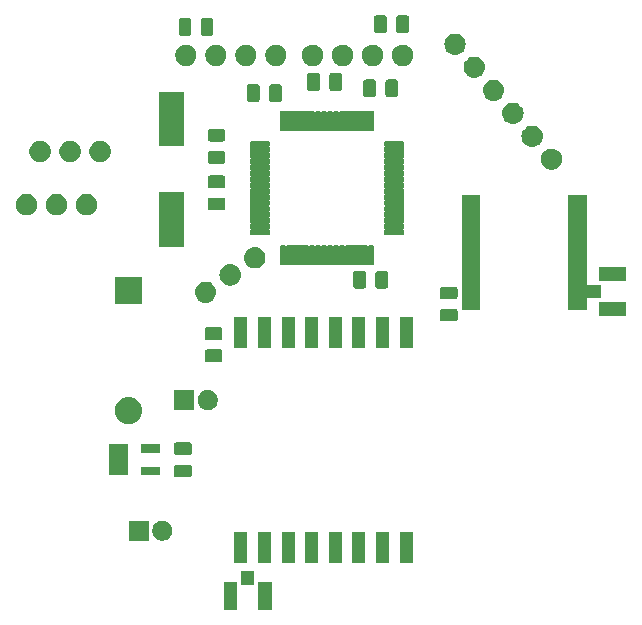
<source format=gbr>
G04 #@! TF.GenerationSoftware,KiCad,Pcbnew,(5.1.4-0-10_14)*
G04 #@! TF.CreationDate,2020-03-10T19:27:28+01:00*
G04 #@! TF.ProjectId,CanSat2020Probe,43616e53-6174-4323-9032-3050726f6265,v01*
G04 #@! TF.SameCoordinates,Original*
G04 #@! TF.FileFunction,Soldermask,Top*
G04 #@! TF.FilePolarity,Negative*
%FSLAX46Y46*%
G04 Gerber Fmt 4.6, Leading zero omitted, Abs format (unit mm)*
G04 Created by KiCad (PCBNEW (5.1.4-0-10_14)) date 2020-03-10 19:27:28*
%MOMM*%
%LPD*%
G04 APERTURE LIST*
%ADD10C,0.100000*%
G04 APERTURE END LIST*
D10*
G36*
X147201000Y-126276000D02*
G01*
X146049000Y-126276000D01*
X146049000Y-123974000D01*
X147201000Y-123974000D01*
X147201000Y-126276000D01*
X147201000Y-126276000D01*
G37*
G36*
X144251000Y-126276000D02*
G01*
X143099000Y-126276000D01*
X143099000Y-123974000D01*
X144251000Y-123974000D01*
X144251000Y-126276000D01*
X144251000Y-126276000D01*
G37*
G36*
X145701000Y-124176000D02*
G01*
X144599000Y-124176000D01*
X144599000Y-123024000D01*
X145701000Y-123024000D01*
X145701000Y-124176000D01*
X145701000Y-124176000D01*
G37*
G36*
X153101000Y-122351000D02*
G01*
X151999000Y-122351000D01*
X151999000Y-119749000D01*
X153101000Y-119749000D01*
X153101000Y-122351000D01*
X153101000Y-122351000D01*
G37*
G36*
X151101000Y-122351000D02*
G01*
X149999000Y-122351000D01*
X149999000Y-119749000D01*
X151101000Y-119749000D01*
X151101000Y-122351000D01*
X151101000Y-122351000D01*
G37*
G36*
X149101000Y-122351000D02*
G01*
X147999000Y-122351000D01*
X147999000Y-119749000D01*
X149101000Y-119749000D01*
X149101000Y-122351000D01*
X149101000Y-122351000D01*
G37*
G36*
X147101000Y-122351000D02*
G01*
X145999000Y-122351000D01*
X145999000Y-119749000D01*
X147101000Y-119749000D01*
X147101000Y-122351000D01*
X147101000Y-122351000D01*
G37*
G36*
X145101000Y-122351000D02*
G01*
X143999000Y-122351000D01*
X143999000Y-119749000D01*
X145101000Y-119749000D01*
X145101000Y-122351000D01*
X145101000Y-122351000D01*
G37*
G36*
X159101000Y-122351000D02*
G01*
X157999000Y-122351000D01*
X157999000Y-119749000D01*
X159101000Y-119749000D01*
X159101000Y-122351000D01*
X159101000Y-122351000D01*
G37*
G36*
X157101000Y-122351000D02*
G01*
X155999000Y-122351000D01*
X155999000Y-119749000D01*
X157101000Y-119749000D01*
X157101000Y-122351000D01*
X157101000Y-122351000D01*
G37*
G36*
X155101000Y-122351000D02*
G01*
X153999000Y-122351000D01*
X153999000Y-119749000D01*
X155101000Y-119749000D01*
X155101000Y-122351000D01*
X155101000Y-122351000D01*
G37*
G36*
X138148228Y-118781703D02*
G01*
X138303100Y-118845853D01*
X138442481Y-118938985D01*
X138561015Y-119057519D01*
X138654147Y-119196900D01*
X138718297Y-119351772D01*
X138751000Y-119516184D01*
X138751000Y-119683816D01*
X138718297Y-119848228D01*
X138654147Y-120003100D01*
X138561015Y-120142481D01*
X138442481Y-120261015D01*
X138303100Y-120354147D01*
X138148228Y-120418297D01*
X137983816Y-120451000D01*
X137816184Y-120451000D01*
X137651772Y-120418297D01*
X137496900Y-120354147D01*
X137357519Y-120261015D01*
X137238985Y-120142481D01*
X137145853Y-120003100D01*
X137081703Y-119848228D01*
X137049000Y-119683816D01*
X137049000Y-119516184D01*
X137081703Y-119351772D01*
X137145853Y-119196900D01*
X137238985Y-119057519D01*
X137357519Y-118938985D01*
X137496900Y-118845853D01*
X137651772Y-118781703D01*
X137816184Y-118749000D01*
X137983816Y-118749000D01*
X138148228Y-118781703D01*
X138148228Y-118781703D01*
G37*
G36*
X136751000Y-120451000D02*
G01*
X135049000Y-120451000D01*
X135049000Y-118749000D01*
X136751000Y-118749000D01*
X136751000Y-120451000D01*
X136751000Y-120451000D01*
G37*
G36*
X140234468Y-114003565D02*
G01*
X140273138Y-114015296D01*
X140308777Y-114034346D01*
X140340017Y-114059983D01*
X140365654Y-114091223D01*
X140384704Y-114126862D01*
X140396435Y-114165532D01*
X140401000Y-114211888D01*
X140401000Y-114863112D01*
X140396435Y-114909468D01*
X140384704Y-114948138D01*
X140365654Y-114983777D01*
X140340017Y-115015017D01*
X140308777Y-115040654D01*
X140273138Y-115059704D01*
X140234468Y-115071435D01*
X140188112Y-115076000D01*
X139111888Y-115076000D01*
X139065532Y-115071435D01*
X139026862Y-115059704D01*
X138991223Y-115040654D01*
X138959983Y-115015017D01*
X138934346Y-114983777D01*
X138915296Y-114948138D01*
X138903565Y-114909468D01*
X138899000Y-114863112D01*
X138899000Y-114211888D01*
X138903565Y-114165532D01*
X138915296Y-114126862D01*
X138934346Y-114091223D01*
X138959983Y-114059983D01*
X138991223Y-114034346D01*
X139026862Y-114015296D01*
X139065532Y-114003565D01*
X139111888Y-113999000D01*
X140188112Y-113999000D01*
X140234468Y-114003565D01*
X140234468Y-114003565D01*
G37*
G36*
X137731000Y-114926000D02*
G01*
X136069000Y-114926000D01*
X136069000Y-114174000D01*
X137731000Y-114174000D01*
X137731000Y-114926000D01*
X137731000Y-114926000D01*
G37*
G36*
X135031000Y-114926000D02*
G01*
X133369000Y-114926000D01*
X133369000Y-112274000D01*
X135031000Y-112274000D01*
X135031000Y-114926000D01*
X135031000Y-114926000D01*
G37*
G36*
X140234468Y-112128565D02*
G01*
X140273138Y-112140296D01*
X140308777Y-112159346D01*
X140340017Y-112184983D01*
X140365654Y-112216223D01*
X140384704Y-112251862D01*
X140396435Y-112290532D01*
X140401000Y-112336888D01*
X140401000Y-112988112D01*
X140396435Y-113034468D01*
X140384704Y-113073138D01*
X140365654Y-113108777D01*
X140340017Y-113140017D01*
X140308777Y-113165654D01*
X140273138Y-113184704D01*
X140234468Y-113196435D01*
X140188112Y-113201000D01*
X139111888Y-113201000D01*
X139065532Y-113196435D01*
X139026862Y-113184704D01*
X138991223Y-113165654D01*
X138959983Y-113140017D01*
X138934346Y-113108777D01*
X138915296Y-113073138D01*
X138903565Y-113034468D01*
X138899000Y-112988112D01*
X138899000Y-112336888D01*
X138903565Y-112290532D01*
X138915296Y-112251862D01*
X138934346Y-112216223D01*
X138959983Y-112184983D01*
X138991223Y-112159346D01*
X139026862Y-112140296D01*
X139065532Y-112128565D01*
X139111888Y-112124000D01*
X140188112Y-112124000D01*
X140234468Y-112128565D01*
X140234468Y-112128565D01*
G37*
G36*
X137731000Y-113026000D02*
G01*
X136069000Y-113026000D01*
X136069000Y-112274000D01*
X137731000Y-112274000D01*
X137731000Y-113026000D01*
X137731000Y-113026000D01*
G37*
G36*
X135219271Y-108270103D02*
G01*
X135275635Y-108275654D01*
X135492600Y-108341470D01*
X135492602Y-108341471D01*
X135692555Y-108448347D01*
X135867818Y-108592182D01*
X136011653Y-108767445D01*
X136110885Y-108953097D01*
X136118530Y-108967400D01*
X136184346Y-109184365D01*
X136202461Y-109368295D01*
X136206569Y-109410000D01*
X136184346Y-109635634D01*
X136118529Y-109852602D01*
X136011653Y-110052555D01*
X135867818Y-110227818D01*
X135692555Y-110371653D01*
X135492602Y-110478529D01*
X135492600Y-110478530D01*
X135275635Y-110544346D01*
X135219271Y-110549897D01*
X135106545Y-110561000D01*
X134993455Y-110561000D01*
X134880729Y-110549897D01*
X134824365Y-110544346D01*
X134607400Y-110478530D01*
X134607398Y-110478529D01*
X134407445Y-110371653D01*
X134232182Y-110227818D01*
X134088347Y-110052555D01*
X133981471Y-109852602D01*
X133915654Y-109635634D01*
X133893431Y-109410000D01*
X133897539Y-109368295D01*
X133915654Y-109184365D01*
X133981470Y-108967400D01*
X133989115Y-108953097D01*
X134088347Y-108767445D01*
X134232182Y-108592182D01*
X134407445Y-108448347D01*
X134607398Y-108341471D01*
X134607400Y-108341470D01*
X134824365Y-108275654D01*
X134880729Y-108270103D01*
X134993455Y-108259000D01*
X135106545Y-108259000D01*
X135219271Y-108270103D01*
X135219271Y-108270103D01*
G37*
G36*
X141998228Y-107731703D02*
G01*
X142153100Y-107795853D01*
X142292481Y-107888985D01*
X142411015Y-108007519D01*
X142504147Y-108146900D01*
X142568297Y-108301772D01*
X142601000Y-108466184D01*
X142601000Y-108633816D01*
X142568297Y-108798228D01*
X142504147Y-108953100D01*
X142411015Y-109092481D01*
X142292481Y-109211015D01*
X142153100Y-109304147D01*
X141998228Y-109368297D01*
X141833816Y-109401000D01*
X141666184Y-109401000D01*
X141501772Y-109368297D01*
X141346900Y-109304147D01*
X141207519Y-109211015D01*
X141088985Y-109092481D01*
X140995853Y-108953100D01*
X140931703Y-108798228D01*
X140899000Y-108633816D01*
X140899000Y-108466184D01*
X140931703Y-108301772D01*
X140995853Y-108146900D01*
X141088985Y-108007519D01*
X141207519Y-107888985D01*
X141346900Y-107795853D01*
X141501772Y-107731703D01*
X141666184Y-107699000D01*
X141833816Y-107699000D01*
X141998228Y-107731703D01*
X141998228Y-107731703D01*
G37*
G36*
X140601000Y-109401000D02*
G01*
X138899000Y-109401000D01*
X138899000Y-107699000D01*
X140601000Y-107699000D01*
X140601000Y-109401000D01*
X140601000Y-109401000D01*
G37*
G36*
X142834468Y-104253565D02*
G01*
X142873138Y-104265296D01*
X142908777Y-104284346D01*
X142940017Y-104309983D01*
X142965654Y-104341223D01*
X142984704Y-104376862D01*
X142996435Y-104415532D01*
X143001000Y-104461888D01*
X143001000Y-105113112D01*
X142996435Y-105159468D01*
X142984704Y-105198138D01*
X142965654Y-105233777D01*
X142940017Y-105265017D01*
X142908777Y-105290654D01*
X142873138Y-105309704D01*
X142834468Y-105321435D01*
X142788112Y-105326000D01*
X141711888Y-105326000D01*
X141665532Y-105321435D01*
X141626862Y-105309704D01*
X141591223Y-105290654D01*
X141559983Y-105265017D01*
X141534346Y-105233777D01*
X141515296Y-105198138D01*
X141503565Y-105159468D01*
X141499000Y-105113112D01*
X141499000Y-104461888D01*
X141503565Y-104415532D01*
X141515296Y-104376862D01*
X141534346Y-104341223D01*
X141559983Y-104309983D01*
X141591223Y-104284346D01*
X141626862Y-104265296D01*
X141665532Y-104253565D01*
X141711888Y-104249000D01*
X142788112Y-104249000D01*
X142834468Y-104253565D01*
X142834468Y-104253565D01*
G37*
G36*
X149101000Y-104151000D02*
G01*
X147999000Y-104151000D01*
X147999000Y-101549000D01*
X149101000Y-101549000D01*
X149101000Y-104151000D01*
X149101000Y-104151000D01*
G37*
G36*
X157101000Y-104151000D02*
G01*
X155999000Y-104151000D01*
X155999000Y-101549000D01*
X157101000Y-101549000D01*
X157101000Y-104151000D01*
X157101000Y-104151000D01*
G37*
G36*
X155101000Y-104151000D02*
G01*
X153999000Y-104151000D01*
X153999000Y-101549000D01*
X155101000Y-101549000D01*
X155101000Y-104151000D01*
X155101000Y-104151000D01*
G37*
G36*
X153101000Y-104151000D02*
G01*
X151999000Y-104151000D01*
X151999000Y-101549000D01*
X153101000Y-101549000D01*
X153101000Y-104151000D01*
X153101000Y-104151000D01*
G37*
G36*
X151101000Y-104151000D02*
G01*
X149999000Y-104151000D01*
X149999000Y-101549000D01*
X151101000Y-101549000D01*
X151101000Y-104151000D01*
X151101000Y-104151000D01*
G37*
G36*
X159101000Y-104151000D02*
G01*
X157999000Y-104151000D01*
X157999000Y-101549000D01*
X159101000Y-101549000D01*
X159101000Y-104151000D01*
X159101000Y-104151000D01*
G37*
G36*
X147101000Y-104151000D02*
G01*
X145999000Y-104151000D01*
X145999000Y-101549000D01*
X147101000Y-101549000D01*
X147101000Y-104151000D01*
X147101000Y-104151000D01*
G37*
G36*
X145101000Y-104151000D02*
G01*
X143999000Y-104151000D01*
X143999000Y-101549000D01*
X145101000Y-101549000D01*
X145101000Y-104151000D01*
X145101000Y-104151000D01*
G37*
G36*
X142834468Y-102378565D02*
G01*
X142873138Y-102390296D01*
X142908777Y-102409346D01*
X142940017Y-102434983D01*
X142965654Y-102466223D01*
X142984704Y-102501862D01*
X142996435Y-102540532D01*
X143001000Y-102586888D01*
X143001000Y-103238112D01*
X142996435Y-103284468D01*
X142984704Y-103323138D01*
X142965654Y-103358777D01*
X142940017Y-103390017D01*
X142908777Y-103415654D01*
X142873138Y-103434704D01*
X142834468Y-103446435D01*
X142788112Y-103451000D01*
X141711888Y-103451000D01*
X141665532Y-103446435D01*
X141626862Y-103434704D01*
X141591223Y-103415654D01*
X141559983Y-103390017D01*
X141534346Y-103358777D01*
X141515296Y-103323138D01*
X141503565Y-103284468D01*
X141499000Y-103238112D01*
X141499000Y-102586888D01*
X141503565Y-102540532D01*
X141515296Y-102501862D01*
X141534346Y-102466223D01*
X141559983Y-102434983D01*
X141591223Y-102409346D01*
X141626862Y-102390296D01*
X141665532Y-102378565D01*
X141711888Y-102374000D01*
X142788112Y-102374000D01*
X142834468Y-102378565D01*
X142834468Y-102378565D01*
G37*
G36*
X162734468Y-100816065D02*
G01*
X162773138Y-100827796D01*
X162808777Y-100846846D01*
X162840017Y-100872483D01*
X162865654Y-100903723D01*
X162884704Y-100939362D01*
X162896435Y-100978032D01*
X162901000Y-101024388D01*
X162901000Y-101675612D01*
X162896435Y-101721968D01*
X162884704Y-101760638D01*
X162865654Y-101796277D01*
X162840017Y-101827517D01*
X162808777Y-101853154D01*
X162773138Y-101872204D01*
X162734468Y-101883935D01*
X162688112Y-101888500D01*
X161611888Y-101888500D01*
X161565532Y-101883935D01*
X161526862Y-101872204D01*
X161491223Y-101853154D01*
X161459983Y-101827517D01*
X161434346Y-101796277D01*
X161415296Y-101760638D01*
X161403565Y-101721968D01*
X161399000Y-101675612D01*
X161399000Y-101024388D01*
X161403565Y-100978032D01*
X161415296Y-100939362D01*
X161434346Y-100903723D01*
X161459983Y-100872483D01*
X161491223Y-100846846D01*
X161526862Y-100827796D01*
X161565532Y-100816065D01*
X161611888Y-100811500D01*
X162688112Y-100811500D01*
X162734468Y-100816065D01*
X162734468Y-100816065D01*
G37*
G36*
X177176000Y-101401000D02*
G01*
X174874000Y-101401000D01*
X174874000Y-100249000D01*
X177176000Y-100249000D01*
X177176000Y-101401000D01*
X177176000Y-101401000D01*
G37*
G36*
X173826000Y-98674001D02*
G01*
X173828402Y-98698387D01*
X173835515Y-98721836D01*
X173847066Y-98743447D01*
X173862611Y-98762389D01*
X173881553Y-98777934D01*
X173903164Y-98789485D01*
X173926613Y-98796598D01*
X173950999Y-98799000D01*
X175076000Y-98799000D01*
X175076000Y-99901000D01*
X173950999Y-99901000D01*
X173926613Y-99903402D01*
X173903164Y-99910515D01*
X173881553Y-99922066D01*
X173862611Y-99937611D01*
X173847066Y-99956553D01*
X173835515Y-99978164D01*
X173828402Y-100001613D01*
X173826000Y-100025999D01*
X173826000Y-100926000D01*
X172274000Y-100926000D01*
X172274000Y-91174000D01*
X173826000Y-91174000D01*
X173826000Y-98674001D01*
X173826000Y-98674001D01*
G37*
G36*
X164826000Y-100926000D02*
G01*
X163274000Y-100926000D01*
X163274000Y-91174000D01*
X164826000Y-91174000D01*
X164826000Y-100926000D01*
X164826000Y-100926000D01*
G37*
G36*
X136201000Y-100401000D02*
G01*
X133899000Y-100401000D01*
X133899000Y-98099000D01*
X136201000Y-98099000D01*
X136201000Y-100401000D01*
X136201000Y-100401000D01*
G37*
G36*
X141679796Y-98512402D02*
G01*
X141745981Y-98518921D01*
X141915820Y-98570441D01*
X142072345Y-98654106D01*
X142096587Y-98674001D01*
X142209540Y-98766698D01*
X142278724Y-98851000D01*
X142322132Y-98903893D01*
X142405797Y-99060418D01*
X142457317Y-99230257D01*
X142474713Y-99406884D01*
X142457317Y-99583511D01*
X142405797Y-99753350D01*
X142322132Y-99909875D01*
X142299369Y-99937611D01*
X142209540Y-100047070D01*
X142108083Y-100130332D01*
X142072345Y-100159662D01*
X141915820Y-100243327D01*
X141745981Y-100294847D01*
X141679797Y-100301365D01*
X141613614Y-100307884D01*
X141525094Y-100307884D01*
X141458911Y-100301365D01*
X141392727Y-100294847D01*
X141222888Y-100243327D01*
X141066363Y-100159662D01*
X141030625Y-100130332D01*
X140929168Y-100047070D01*
X140839339Y-99937611D01*
X140816576Y-99909875D01*
X140732911Y-99753350D01*
X140681391Y-99583511D01*
X140663995Y-99406884D01*
X140681391Y-99230257D01*
X140732911Y-99060418D01*
X140816576Y-98903893D01*
X140859984Y-98851000D01*
X140929168Y-98766698D01*
X141042121Y-98674001D01*
X141066363Y-98654106D01*
X141222888Y-98570441D01*
X141392727Y-98518921D01*
X141458912Y-98512402D01*
X141525094Y-98505884D01*
X141613614Y-98505884D01*
X141679796Y-98512402D01*
X141679796Y-98512402D01*
G37*
G36*
X162734468Y-98941065D02*
G01*
X162773138Y-98952796D01*
X162808777Y-98971846D01*
X162840017Y-98997483D01*
X162865654Y-99028723D01*
X162884704Y-99064362D01*
X162896435Y-99103032D01*
X162901000Y-99149388D01*
X162901000Y-99800612D01*
X162896435Y-99846968D01*
X162884704Y-99885638D01*
X162865654Y-99921277D01*
X162840017Y-99952517D01*
X162808777Y-99978154D01*
X162773138Y-99997204D01*
X162734468Y-100008935D01*
X162688112Y-100013500D01*
X161611888Y-100013500D01*
X161565532Y-100008935D01*
X161526862Y-99997204D01*
X161491223Y-99978154D01*
X161459983Y-99952517D01*
X161434346Y-99921277D01*
X161415296Y-99885638D01*
X161403565Y-99846968D01*
X161399000Y-99800612D01*
X161399000Y-99149388D01*
X161403565Y-99103032D01*
X161415296Y-99064362D01*
X161434346Y-99028723D01*
X161459983Y-98997483D01*
X161491223Y-98971846D01*
X161526862Y-98952796D01*
X161565532Y-98941065D01*
X161611888Y-98936500D01*
X162688112Y-98936500D01*
X162734468Y-98941065D01*
X162734468Y-98941065D01*
G37*
G36*
X156859468Y-97603565D02*
G01*
X156898138Y-97615296D01*
X156933777Y-97634346D01*
X156965017Y-97659983D01*
X156990654Y-97691223D01*
X157009704Y-97726862D01*
X157021435Y-97765532D01*
X157026000Y-97811888D01*
X157026000Y-98888112D01*
X157021435Y-98934468D01*
X157009704Y-98973138D01*
X156990654Y-99008777D01*
X156965017Y-99040017D01*
X156933777Y-99065654D01*
X156898138Y-99084704D01*
X156859468Y-99096435D01*
X156813112Y-99101000D01*
X156161888Y-99101000D01*
X156115532Y-99096435D01*
X156076862Y-99084704D01*
X156041223Y-99065654D01*
X156009983Y-99040017D01*
X155984346Y-99008777D01*
X155965296Y-98973138D01*
X155953565Y-98934468D01*
X155949000Y-98888112D01*
X155949000Y-97811888D01*
X155953565Y-97765532D01*
X155965296Y-97726862D01*
X155984346Y-97691223D01*
X156009983Y-97659983D01*
X156041223Y-97634346D01*
X156076862Y-97615296D01*
X156115532Y-97603565D01*
X156161888Y-97599000D01*
X156813112Y-97599000D01*
X156859468Y-97603565D01*
X156859468Y-97603565D01*
G37*
G36*
X154984468Y-97603565D02*
G01*
X155023138Y-97615296D01*
X155058777Y-97634346D01*
X155090017Y-97659983D01*
X155115654Y-97691223D01*
X155134704Y-97726862D01*
X155146435Y-97765532D01*
X155151000Y-97811888D01*
X155151000Y-98888112D01*
X155146435Y-98934468D01*
X155134704Y-98973138D01*
X155115654Y-99008777D01*
X155090017Y-99040017D01*
X155058777Y-99065654D01*
X155023138Y-99084704D01*
X154984468Y-99096435D01*
X154938112Y-99101000D01*
X154286888Y-99101000D01*
X154240532Y-99096435D01*
X154201862Y-99084704D01*
X154166223Y-99065654D01*
X154134983Y-99040017D01*
X154109346Y-99008777D01*
X154090296Y-98973138D01*
X154078565Y-98934468D01*
X154074000Y-98888112D01*
X154074000Y-97811888D01*
X154078565Y-97765532D01*
X154090296Y-97726862D01*
X154109346Y-97691223D01*
X154134983Y-97659983D01*
X154166223Y-97634346D01*
X154201862Y-97615296D01*
X154240532Y-97603565D01*
X154286888Y-97599000D01*
X154938112Y-97599000D01*
X154984468Y-97603565D01*
X154984468Y-97603565D01*
G37*
G36*
X143760442Y-97055518D02*
G01*
X143826627Y-97062037D01*
X143996466Y-97113557D01*
X144152991Y-97197222D01*
X144188729Y-97226552D01*
X144290186Y-97309814D01*
X144359370Y-97394116D01*
X144402778Y-97447009D01*
X144486443Y-97603534D01*
X144537963Y-97773373D01*
X144555359Y-97950000D01*
X144537963Y-98126627D01*
X144486443Y-98296466D01*
X144402778Y-98452991D01*
X144373448Y-98488729D01*
X144290186Y-98590186D01*
X144212299Y-98654105D01*
X144152991Y-98702778D01*
X143996466Y-98786443D01*
X143826627Y-98837963D01*
X143760443Y-98844481D01*
X143694260Y-98851000D01*
X143605740Y-98851000D01*
X143539557Y-98844481D01*
X143473373Y-98837963D01*
X143303534Y-98786443D01*
X143147009Y-98702778D01*
X143087701Y-98654105D01*
X143009814Y-98590186D01*
X142926552Y-98488729D01*
X142897222Y-98452991D01*
X142813557Y-98296466D01*
X142762037Y-98126627D01*
X142744641Y-97950000D01*
X142762037Y-97773373D01*
X142813557Y-97603534D01*
X142897222Y-97447009D01*
X142940630Y-97394116D01*
X143009814Y-97309814D01*
X143111271Y-97226552D01*
X143147009Y-97197222D01*
X143303534Y-97113557D01*
X143473373Y-97062037D01*
X143539558Y-97055518D01*
X143605740Y-97049000D01*
X143694260Y-97049000D01*
X143760442Y-97055518D01*
X143760442Y-97055518D01*
G37*
G36*
X177176000Y-98451000D02*
G01*
X174874000Y-98451000D01*
X174874000Y-97299000D01*
X177176000Y-97299000D01*
X177176000Y-98451000D01*
X177176000Y-98451000D01*
G37*
G36*
X145841089Y-95598635D02*
G01*
X145907273Y-95605153D01*
X146077112Y-95656673D01*
X146233637Y-95740338D01*
X146269375Y-95769668D01*
X146370832Y-95852930D01*
X146454094Y-95954387D01*
X146483424Y-95990125D01*
X146567089Y-96146650D01*
X146618609Y-96316489D01*
X146636005Y-96493116D01*
X146618609Y-96669743D01*
X146567089Y-96839582D01*
X146483424Y-96996107D01*
X146454094Y-97031845D01*
X146370832Y-97133302D01*
X146292945Y-97197221D01*
X146233637Y-97245894D01*
X146077112Y-97329559D01*
X145907273Y-97381079D01*
X145841088Y-97387598D01*
X145774906Y-97394116D01*
X145686386Y-97394116D01*
X145620204Y-97387598D01*
X145554019Y-97381079D01*
X145384180Y-97329559D01*
X145227655Y-97245894D01*
X145168347Y-97197221D01*
X145090460Y-97133302D01*
X145007198Y-97031845D01*
X144977868Y-96996107D01*
X144894203Y-96839582D01*
X144842683Y-96669743D01*
X144825287Y-96493116D01*
X144842683Y-96316489D01*
X144894203Y-96146650D01*
X144977868Y-95990125D01*
X145007198Y-95954387D01*
X145090460Y-95852930D01*
X145191917Y-95769668D01*
X145227655Y-95740338D01*
X145384180Y-95656673D01*
X145554019Y-95605153D01*
X145620203Y-95598635D01*
X145686386Y-95592116D01*
X145774906Y-95592116D01*
X145841089Y-95598635D01*
X145841089Y-95598635D01*
G37*
G36*
X148270295Y-95450323D02*
G01*
X148277309Y-95452451D01*
X148291077Y-95459810D01*
X148313716Y-95469187D01*
X148337749Y-95473967D01*
X148362253Y-95473967D01*
X148386286Y-95469186D01*
X148408923Y-95459810D01*
X148422691Y-95452451D01*
X148429705Y-95450323D01*
X148443140Y-95449000D01*
X148756860Y-95449000D01*
X148770295Y-95450323D01*
X148777309Y-95452451D01*
X148791077Y-95459810D01*
X148813716Y-95469187D01*
X148837749Y-95473967D01*
X148862253Y-95473967D01*
X148886286Y-95469186D01*
X148908923Y-95459810D01*
X148922691Y-95452451D01*
X148929705Y-95450323D01*
X148943140Y-95449000D01*
X149256860Y-95449000D01*
X149270295Y-95450323D01*
X149277309Y-95452451D01*
X149291077Y-95459810D01*
X149313716Y-95469187D01*
X149337749Y-95473967D01*
X149362253Y-95473967D01*
X149386286Y-95469186D01*
X149408923Y-95459810D01*
X149422691Y-95452451D01*
X149429705Y-95450323D01*
X149443140Y-95449000D01*
X149756860Y-95449000D01*
X149770295Y-95450323D01*
X149777309Y-95452451D01*
X149791077Y-95459810D01*
X149813716Y-95469187D01*
X149837749Y-95473967D01*
X149862253Y-95473967D01*
X149886286Y-95469186D01*
X149908923Y-95459810D01*
X149922691Y-95452451D01*
X149929705Y-95450323D01*
X149943140Y-95449000D01*
X150256860Y-95449000D01*
X150270295Y-95450323D01*
X150277309Y-95452451D01*
X150291077Y-95459810D01*
X150313716Y-95469187D01*
X150337749Y-95473967D01*
X150362253Y-95473967D01*
X150386286Y-95469186D01*
X150408923Y-95459810D01*
X150422691Y-95452451D01*
X150429705Y-95450323D01*
X150443140Y-95449000D01*
X150756860Y-95449000D01*
X150770295Y-95450323D01*
X150777309Y-95452451D01*
X150791077Y-95459810D01*
X150813716Y-95469187D01*
X150837749Y-95473967D01*
X150862253Y-95473967D01*
X150886286Y-95469186D01*
X150908923Y-95459810D01*
X150922691Y-95452451D01*
X150929705Y-95450323D01*
X150943140Y-95449000D01*
X151256860Y-95449000D01*
X151270295Y-95450323D01*
X151277309Y-95452451D01*
X151291077Y-95459810D01*
X151313716Y-95469187D01*
X151337749Y-95473967D01*
X151362253Y-95473967D01*
X151386286Y-95469186D01*
X151408923Y-95459810D01*
X151422691Y-95452451D01*
X151429705Y-95450323D01*
X151443140Y-95449000D01*
X151756860Y-95449000D01*
X151770295Y-95450323D01*
X151777309Y-95452451D01*
X151791077Y-95459810D01*
X151813716Y-95469187D01*
X151837749Y-95473967D01*
X151862253Y-95473967D01*
X151886286Y-95469186D01*
X151908923Y-95459810D01*
X151922691Y-95452451D01*
X151929705Y-95450323D01*
X151943140Y-95449000D01*
X152256860Y-95449000D01*
X152270295Y-95450323D01*
X152277309Y-95452451D01*
X152291077Y-95459810D01*
X152313716Y-95469187D01*
X152337749Y-95473967D01*
X152362253Y-95473967D01*
X152386286Y-95469186D01*
X152408923Y-95459810D01*
X152422691Y-95452451D01*
X152429705Y-95450323D01*
X152443140Y-95449000D01*
X152756860Y-95449000D01*
X152770295Y-95450323D01*
X152777309Y-95452451D01*
X152791077Y-95459810D01*
X152813716Y-95469187D01*
X152837749Y-95473967D01*
X152862253Y-95473967D01*
X152886286Y-95469186D01*
X152908923Y-95459810D01*
X152922691Y-95452451D01*
X152929705Y-95450323D01*
X152943140Y-95449000D01*
X153256860Y-95449000D01*
X153270295Y-95450323D01*
X153277309Y-95452451D01*
X153291077Y-95459810D01*
X153313716Y-95469187D01*
X153337749Y-95473967D01*
X153362253Y-95473967D01*
X153386286Y-95469186D01*
X153408923Y-95459810D01*
X153422691Y-95452451D01*
X153429705Y-95450323D01*
X153443140Y-95449000D01*
X153756860Y-95449000D01*
X153770295Y-95450323D01*
X153777309Y-95452451D01*
X153791077Y-95459810D01*
X153813716Y-95469187D01*
X153837749Y-95473967D01*
X153862253Y-95473967D01*
X153886286Y-95469186D01*
X153908923Y-95459810D01*
X153922691Y-95452451D01*
X153929705Y-95450323D01*
X153943140Y-95449000D01*
X154256860Y-95449000D01*
X154270295Y-95450323D01*
X154277309Y-95452451D01*
X154291077Y-95459810D01*
X154313716Y-95469187D01*
X154337749Y-95473967D01*
X154362253Y-95473967D01*
X154386286Y-95469186D01*
X154408923Y-95459810D01*
X154422691Y-95452451D01*
X154429705Y-95450323D01*
X154443140Y-95449000D01*
X154756860Y-95449000D01*
X154770295Y-95450323D01*
X154777309Y-95452451D01*
X154791077Y-95459810D01*
X154813716Y-95469187D01*
X154837749Y-95473967D01*
X154862253Y-95473967D01*
X154886286Y-95469186D01*
X154908923Y-95459810D01*
X154922691Y-95452451D01*
X154929705Y-95450323D01*
X154943140Y-95449000D01*
X155256860Y-95449000D01*
X155270295Y-95450323D01*
X155277309Y-95452451D01*
X155291077Y-95459810D01*
X155313716Y-95469187D01*
X155337749Y-95473967D01*
X155362253Y-95473967D01*
X155386286Y-95469186D01*
X155408923Y-95459810D01*
X155422691Y-95452451D01*
X155429705Y-95450323D01*
X155443140Y-95449000D01*
X155756860Y-95449000D01*
X155770295Y-95450323D01*
X155777310Y-95452451D01*
X155783776Y-95455908D01*
X155789442Y-95460558D01*
X155794092Y-95466224D01*
X155797549Y-95472690D01*
X155799677Y-95479705D01*
X155801000Y-95493140D01*
X155801000Y-97056860D01*
X155799677Y-97070295D01*
X155797549Y-97077310D01*
X155794092Y-97083776D01*
X155789442Y-97089442D01*
X155783776Y-97094092D01*
X155777310Y-97097549D01*
X155770295Y-97099677D01*
X155756860Y-97101000D01*
X155443140Y-97101000D01*
X155429705Y-97099677D01*
X155422691Y-97097549D01*
X155408923Y-97090190D01*
X155386284Y-97080813D01*
X155362251Y-97076033D01*
X155337747Y-97076033D01*
X155313714Y-97080814D01*
X155291077Y-97090190D01*
X155277309Y-97097549D01*
X155270295Y-97099677D01*
X155256860Y-97101000D01*
X154943140Y-97101000D01*
X154929705Y-97099677D01*
X154922691Y-97097549D01*
X154908923Y-97090190D01*
X154886284Y-97080813D01*
X154862251Y-97076033D01*
X154837747Y-97076033D01*
X154813714Y-97080814D01*
X154791077Y-97090190D01*
X154777309Y-97097549D01*
X154770295Y-97099677D01*
X154756860Y-97101000D01*
X154443140Y-97101000D01*
X154429705Y-97099677D01*
X154422691Y-97097549D01*
X154408923Y-97090190D01*
X154386284Y-97080813D01*
X154362251Y-97076033D01*
X154337747Y-97076033D01*
X154313714Y-97080814D01*
X154291077Y-97090190D01*
X154277309Y-97097549D01*
X154270295Y-97099677D01*
X154256860Y-97101000D01*
X153943140Y-97101000D01*
X153929705Y-97099677D01*
X153922691Y-97097549D01*
X153908923Y-97090190D01*
X153886284Y-97080813D01*
X153862251Y-97076033D01*
X153837747Y-97076033D01*
X153813714Y-97080814D01*
X153791077Y-97090190D01*
X153777309Y-97097549D01*
X153770295Y-97099677D01*
X153756860Y-97101000D01*
X153443140Y-97101000D01*
X153429705Y-97099677D01*
X153422691Y-97097549D01*
X153408923Y-97090190D01*
X153386284Y-97080813D01*
X153362251Y-97076033D01*
X153337747Y-97076033D01*
X153313714Y-97080814D01*
X153291077Y-97090190D01*
X153277309Y-97097549D01*
X153270295Y-97099677D01*
X153256860Y-97101000D01*
X152943140Y-97101000D01*
X152929705Y-97099677D01*
X152922691Y-97097549D01*
X152908923Y-97090190D01*
X152886284Y-97080813D01*
X152862251Y-97076033D01*
X152837747Y-97076033D01*
X152813714Y-97080814D01*
X152791077Y-97090190D01*
X152777309Y-97097549D01*
X152770295Y-97099677D01*
X152756860Y-97101000D01*
X152443140Y-97101000D01*
X152429705Y-97099677D01*
X152422691Y-97097549D01*
X152408923Y-97090190D01*
X152386284Y-97080813D01*
X152362251Y-97076033D01*
X152337747Y-97076033D01*
X152313714Y-97080814D01*
X152291077Y-97090190D01*
X152277309Y-97097549D01*
X152270295Y-97099677D01*
X152256860Y-97101000D01*
X151943140Y-97101000D01*
X151929705Y-97099677D01*
X151922691Y-97097549D01*
X151908923Y-97090190D01*
X151886284Y-97080813D01*
X151862251Y-97076033D01*
X151837747Y-97076033D01*
X151813714Y-97080814D01*
X151791077Y-97090190D01*
X151777309Y-97097549D01*
X151770295Y-97099677D01*
X151756860Y-97101000D01*
X151443140Y-97101000D01*
X151429705Y-97099677D01*
X151422691Y-97097549D01*
X151408923Y-97090190D01*
X151386284Y-97080813D01*
X151362251Y-97076033D01*
X151337747Y-97076033D01*
X151313714Y-97080814D01*
X151291077Y-97090190D01*
X151277309Y-97097549D01*
X151270295Y-97099677D01*
X151256860Y-97101000D01*
X150943140Y-97101000D01*
X150929705Y-97099677D01*
X150922691Y-97097549D01*
X150908923Y-97090190D01*
X150886284Y-97080813D01*
X150862251Y-97076033D01*
X150837747Y-97076033D01*
X150813714Y-97080814D01*
X150791077Y-97090190D01*
X150777309Y-97097549D01*
X150770295Y-97099677D01*
X150756860Y-97101000D01*
X150443140Y-97101000D01*
X150429705Y-97099677D01*
X150422691Y-97097549D01*
X150408923Y-97090190D01*
X150386284Y-97080813D01*
X150362251Y-97076033D01*
X150337747Y-97076033D01*
X150313714Y-97080814D01*
X150291077Y-97090190D01*
X150277309Y-97097549D01*
X150270295Y-97099677D01*
X150256860Y-97101000D01*
X149943140Y-97101000D01*
X149929705Y-97099677D01*
X149922691Y-97097549D01*
X149908923Y-97090190D01*
X149886284Y-97080813D01*
X149862251Y-97076033D01*
X149837747Y-97076033D01*
X149813714Y-97080814D01*
X149791077Y-97090190D01*
X149777309Y-97097549D01*
X149770295Y-97099677D01*
X149756860Y-97101000D01*
X149443140Y-97101000D01*
X149429705Y-97099677D01*
X149422691Y-97097549D01*
X149408923Y-97090190D01*
X149386284Y-97080813D01*
X149362251Y-97076033D01*
X149337747Y-97076033D01*
X149313714Y-97080814D01*
X149291077Y-97090190D01*
X149277309Y-97097549D01*
X149270295Y-97099677D01*
X149256860Y-97101000D01*
X148943140Y-97101000D01*
X148929705Y-97099677D01*
X148922691Y-97097549D01*
X148908923Y-97090190D01*
X148886284Y-97080813D01*
X148862251Y-97076033D01*
X148837747Y-97076033D01*
X148813714Y-97080814D01*
X148791077Y-97090190D01*
X148777309Y-97097549D01*
X148770295Y-97099677D01*
X148756860Y-97101000D01*
X148443140Y-97101000D01*
X148429705Y-97099677D01*
X148422691Y-97097549D01*
X148408923Y-97090190D01*
X148386284Y-97080813D01*
X148362251Y-97076033D01*
X148337747Y-97076033D01*
X148313714Y-97080814D01*
X148291077Y-97090190D01*
X148277309Y-97097549D01*
X148270295Y-97099677D01*
X148256860Y-97101000D01*
X147943140Y-97101000D01*
X147929705Y-97099677D01*
X147922690Y-97097549D01*
X147916224Y-97094092D01*
X147910558Y-97089442D01*
X147905908Y-97083776D01*
X147902451Y-97077310D01*
X147900323Y-97070295D01*
X147899000Y-97056860D01*
X147899000Y-95493140D01*
X147900323Y-95479705D01*
X147902451Y-95472690D01*
X147905908Y-95466224D01*
X147910558Y-95460558D01*
X147916224Y-95455908D01*
X147922690Y-95452451D01*
X147929705Y-95450323D01*
X147943140Y-95449000D01*
X148256860Y-95449000D01*
X148270295Y-95450323D01*
X148270295Y-95450323D01*
G37*
G36*
X139751000Y-95551000D02*
G01*
X137649000Y-95551000D01*
X137649000Y-90949000D01*
X139751000Y-90949000D01*
X139751000Y-95551000D01*
X139751000Y-95551000D01*
G37*
G36*
X146970295Y-86650323D02*
G01*
X146977310Y-86652451D01*
X146983776Y-86655908D01*
X146989442Y-86660558D01*
X146994092Y-86666224D01*
X146997549Y-86672690D01*
X146999677Y-86679705D01*
X147001000Y-86693140D01*
X147001000Y-87006860D01*
X146999677Y-87020295D01*
X146997549Y-87027309D01*
X146990190Y-87041077D01*
X146980813Y-87063716D01*
X146976033Y-87087749D01*
X146976033Y-87112253D01*
X146980814Y-87136286D01*
X146990190Y-87158923D01*
X146997549Y-87172691D01*
X146999677Y-87179705D01*
X147001000Y-87193140D01*
X147001000Y-87506860D01*
X146999677Y-87520295D01*
X146997549Y-87527309D01*
X146990190Y-87541077D01*
X146980813Y-87563716D01*
X146976033Y-87587749D01*
X146976033Y-87612253D01*
X146980814Y-87636286D01*
X146990190Y-87658923D01*
X146997549Y-87672691D01*
X146999677Y-87679705D01*
X147001000Y-87693140D01*
X147001000Y-88006860D01*
X146999677Y-88020295D01*
X146997549Y-88027309D01*
X146990190Y-88041077D01*
X146980813Y-88063716D01*
X146976033Y-88087749D01*
X146976033Y-88112253D01*
X146980814Y-88136286D01*
X146990190Y-88158923D01*
X146997549Y-88172691D01*
X146999677Y-88179705D01*
X147001000Y-88193140D01*
X147001000Y-88506860D01*
X146999677Y-88520295D01*
X146997549Y-88527309D01*
X146990190Y-88541077D01*
X146980813Y-88563716D01*
X146976033Y-88587749D01*
X146976033Y-88612253D01*
X146980814Y-88636286D01*
X146990190Y-88658923D01*
X146997549Y-88672691D01*
X146999677Y-88679705D01*
X147001000Y-88693140D01*
X147001000Y-89006860D01*
X146999677Y-89020295D01*
X146997549Y-89027309D01*
X146990190Y-89041077D01*
X146980813Y-89063716D01*
X146976033Y-89087749D01*
X146976033Y-89112253D01*
X146980814Y-89136286D01*
X146990190Y-89158923D01*
X146997549Y-89172691D01*
X146999677Y-89179705D01*
X147001000Y-89193140D01*
X147001000Y-89506860D01*
X146999677Y-89520295D01*
X146997549Y-89527309D01*
X146990190Y-89541077D01*
X146980813Y-89563716D01*
X146976033Y-89587749D01*
X146976033Y-89612253D01*
X146980814Y-89636286D01*
X146990190Y-89658923D01*
X146997549Y-89672691D01*
X146999677Y-89679705D01*
X147001000Y-89693140D01*
X147001000Y-90006860D01*
X146999677Y-90020295D01*
X146997549Y-90027309D01*
X146990190Y-90041077D01*
X146980813Y-90063716D01*
X146976033Y-90087749D01*
X146976033Y-90112253D01*
X146980814Y-90136286D01*
X146990190Y-90158923D01*
X146997549Y-90172691D01*
X146999677Y-90179705D01*
X147001000Y-90193140D01*
X147001000Y-90506860D01*
X146999677Y-90520295D01*
X146997549Y-90527309D01*
X146990190Y-90541077D01*
X146980813Y-90563716D01*
X146976033Y-90587749D01*
X146976033Y-90612253D01*
X146980814Y-90636286D01*
X146990190Y-90658923D01*
X146997549Y-90672691D01*
X146999677Y-90679705D01*
X147001000Y-90693140D01*
X147001000Y-91006860D01*
X146999677Y-91020295D01*
X146997549Y-91027309D01*
X146990190Y-91041077D01*
X146980813Y-91063716D01*
X146976033Y-91087749D01*
X146976033Y-91112253D01*
X146980814Y-91136286D01*
X146990190Y-91158923D01*
X146997549Y-91172691D01*
X146999677Y-91179705D01*
X147001000Y-91193140D01*
X147001000Y-91506860D01*
X146999677Y-91520295D01*
X146997549Y-91527309D01*
X146990190Y-91541077D01*
X146980813Y-91563716D01*
X146976033Y-91587749D01*
X146976033Y-91612253D01*
X146980814Y-91636286D01*
X146990190Y-91658923D01*
X146997549Y-91672691D01*
X146999677Y-91679705D01*
X147001000Y-91693140D01*
X147001000Y-92006860D01*
X146999677Y-92020295D01*
X146997549Y-92027309D01*
X146990190Y-92041077D01*
X146980813Y-92063716D01*
X146976033Y-92087749D01*
X146976033Y-92112253D01*
X146980814Y-92136286D01*
X146990190Y-92158923D01*
X146997549Y-92172691D01*
X146999677Y-92179705D01*
X147001000Y-92193140D01*
X147001000Y-92506860D01*
X146999677Y-92520295D01*
X146997549Y-92527309D01*
X146990190Y-92541077D01*
X146980813Y-92563716D01*
X146976033Y-92587749D01*
X146976033Y-92612253D01*
X146980814Y-92636286D01*
X146990190Y-92658923D01*
X146997549Y-92672691D01*
X146999677Y-92679705D01*
X147001000Y-92693140D01*
X147001000Y-93006860D01*
X146999677Y-93020295D01*
X146997549Y-93027309D01*
X146990190Y-93041077D01*
X146980813Y-93063716D01*
X146976033Y-93087749D01*
X146976033Y-93112253D01*
X146980814Y-93136286D01*
X146990190Y-93158923D01*
X146997549Y-93172691D01*
X146999677Y-93179705D01*
X147001000Y-93193140D01*
X147001000Y-93506860D01*
X146999677Y-93520295D01*
X146997549Y-93527309D01*
X146990190Y-93541077D01*
X146980813Y-93563716D01*
X146976033Y-93587749D01*
X146976033Y-93612253D01*
X146980814Y-93636286D01*
X146990190Y-93658923D01*
X146997549Y-93672691D01*
X146999677Y-93679705D01*
X147001000Y-93693140D01*
X147001000Y-94006860D01*
X146999677Y-94020295D01*
X146997549Y-94027309D01*
X146990190Y-94041077D01*
X146980813Y-94063716D01*
X146976033Y-94087749D01*
X146976033Y-94112253D01*
X146980814Y-94136286D01*
X146990190Y-94158923D01*
X146997549Y-94172691D01*
X146999677Y-94179705D01*
X147001000Y-94193140D01*
X147001000Y-94506860D01*
X146999677Y-94520295D01*
X146997549Y-94527310D01*
X146994092Y-94533776D01*
X146989442Y-94539442D01*
X146983776Y-94544092D01*
X146977310Y-94547549D01*
X146970295Y-94549677D01*
X146956860Y-94551000D01*
X145393140Y-94551000D01*
X145379705Y-94549677D01*
X145372690Y-94547549D01*
X145366224Y-94544092D01*
X145360558Y-94539442D01*
X145355908Y-94533776D01*
X145352451Y-94527310D01*
X145350323Y-94520295D01*
X145349000Y-94506860D01*
X145349000Y-94193140D01*
X145350323Y-94179705D01*
X145352451Y-94172691D01*
X145359810Y-94158923D01*
X145369187Y-94136284D01*
X145373967Y-94112251D01*
X145373967Y-94087747D01*
X145369186Y-94063714D01*
X145359810Y-94041077D01*
X145352451Y-94027309D01*
X145350323Y-94020295D01*
X145349000Y-94006860D01*
X145349000Y-93693140D01*
X145350323Y-93679705D01*
X145352451Y-93672691D01*
X145359810Y-93658923D01*
X145369187Y-93636284D01*
X145373967Y-93612251D01*
X145373967Y-93587747D01*
X145369186Y-93563714D01*
X145359810Y-93541077D01*
X145352451Y-93527309D01*
X145350323Y-93520295D01*
X145349000Y-93506860D01*
X145349000Y-93193140D01*
X145350323Y-93179705D01*
X145352451Y-93172691D01*
X145359810Y-93158923D01*
X145369187Y-93136284D01*
X145373967Y-93112251D01*
X145373967Y-93087747D01*
X145369186Y-93063714D01*
X145359810Y-93041077D01*
X145352451Y-93027309D01*
X145350323Y-93020295D01*
X145349000Y-93006860D01*
X145349000Y-92693140D01*
X145350323Y-92679705D01*
X145352451Y-92672691D01*
X145359810Y-92658923D01*
X145369187Y-92636284D01*
X145373967Y-92612251D01*
X145373967Y-92587747D01*
X145369186Y-92563714D01*
X145359810Y-92541077D01*
X145352451Y-92527309D01*
X145350323Y-92520295D01*
X145349000Y-92506860D01*
X145349000Y-92193140D01*
X145350323Y-92179705D01*
X145352451Y-92172691D01*
X145359810Y-92158923D01*
X145369187Y-92136284D01*
X145373967Y-92112251D01*
X145373967Y-92087747D01*
X145369186Y-92063714D01*
X145359810Y-92041077D01*
X145352451Y-92027309D01*
X145350323Y-92020295D01*
X145349000Y-92006860D01*
X145349000Y-91693140D01*
X145350323Y-91679705D01*
X145352451Y-91672691D01*
X145359810Y-91658923D01*
X145369187Y-91636284D01*
X145373967Y-91612251D01*
X145373967Y-91587747D01*
X145369186Y-91563714D01*
X145359810Y-91541077D01*
X145352451Y-91527309D01*
X145350323Y-91520295D01*
X145349000Y-91506860D01*
X145349000Y-91193140D01*
X145350323Y-91179705D01*
X145352451Y-91172691D01*
X145359810Y-91158923D01*
X145369187Y-91136284D01*
X145373967Y-91112251D01*
X145373967Y-91087747D01*
X145369186Y-91063714D01*
X145359810Y-91041077D01*
X145352451Y-91027309D01*
X145350323Y-91020295D01*
X145349000Y-91006860D01*
X145349000Y-90693140D01*
X145350323Y-90679705D01*
X145352451Y-90672691D01*
X145359810Y-90658923D01*
X145369187Y-90636284D01*
X145373967Y-90612251D01*
X145373967Y-90587747D01*
X145369186Y-90563714D01*
X145359810Y-90541077D01*
X145352451Y-90527309D01*
X145350323Y-90520295D01*
X145349000Y-90506860D01*
X145349000Y-90193140D01*
X145350323Y-90179705D01*
X145352451Y-90172691D01*
X145359810Y-90158923D01*
X145369187Y-90136284D01*
X145373967Y-90112251D01*
X145373967Y-90087747D01*
X145369186Y-90063714D01*
X145359810Y-90041077D01*
X145352451Y-90027309D01*
X145350323Y-90020295D01*
X145349000Y-90006860D01*
X145349000Y-89693140D01*
X145350323Y-89679705D01*
X145352451Y-89672691D01*
X145359810Y-89658923D01*
X145369187Y-89636284D01*
X145373967Y-89612251D01*
X145373967Y-89587747D01*
X145369186Y-89563714D01*
X145359810Y-89541077D01*
X145352451Y-89527309D01*
X145350323Y-89520295D01*
X145349000Y-89506860D01*
X145349000Y-89193140D01*
X145350323Y-89179705D01*
X145352451Y-89172691D01*
X145359810Y-89158923D01*
X145369187Y-89136284D01*
X145373967Y-89112251D01*
X145373967Y-89087747D01*
X145369186Y-89063714D01*
X145359810Y-89041077D01*
X145352451Y-89027309D01*
X145350323Y-89020295D01*
X145349000Y-89006860D01*
X145349000Y-88693140D01*
X145350323Y-88679705D01*
X145352451Y-88672691D01*
X145359810Y-88658923D01*
X145369187Y-88636284D01*
X145373967Y-88612251D01*
X145373967Y-88587747D01*
X145369186Y-88563714D01*
X145359810Y-88541077D01*
X145352451Y-88527309D01*
X145350323Y-88520295D01*
X145349000Y-88506860D01*
X145349000Y-88193140D01*
X145350323Y-88179705D01*
X145352451Y-88172691D01*
X145359810Y-88158923D01*
X145369187Y-88136284D01*
X145373967Y-88112251D01*
X145373967Y-88087747D01*
X145369186Y-88063714D01*
X145359810Y-88041077D01*
X145352451Y-88027309D01*
X145350323Y-88020295D01*
X145349000Y-88006860D01*
X145349000Y-87693140D01*
X145350323Y-87679705D01*
X145352451Y-87672691D01*
X145359810Y-87658923D01*
X145369187Y-87636284D01*
X145373967Y-87612251D01*
X145373967Y-87587747D01*
X145369186Y-87563714D01*
X145359810Y-87541077D01*
X145352451Y-87527309D01*
X145350323Y-87520295D01*
X145349000Y-87506860D01*
X145349000Y-87193140D01*
X145350323Y-87179705D01*
X145352451Y-87172691D01*
X145359810Y-87158923D01*
X145369187Y-87136284D01*
X145373967Y-87112251D01*
X145373967Y-87087747D01*
X145369186Y-87063714D01*
X145359810Y-87041077D01*
X145352451Y-87027309D01*
X145350323Y-87020295D01*
X145349000Y-87006860D01*
X145349000Y-86693140D01*
X145350323Y-86679705D01*
X145352451Y-86672690D01*
X145355908Y-86666224D01*
X145360558Y-86660558D01*
X145366224Y-86655908D01*
X145372690Y-86652451D01*
X145379705Y-86650323D01*
X145393140Y-86649000D01*
X146956860Y-86649000D01*
X146970295Y-86650323D01*
X146970295Y-86650323D01*
G37*
G36*
X158320295Y-86650323D02*
G01*
X158327310Y-86652451D01*
X158333776Y-86655908D01*
X158339442Y-86660558D01*
X158344092Y-86666224D01*
X158347549Y-86672690D01*
X158349677Y-86679705D01*
X158351000Y-86693140D01*
X158351000Y-87006860D01*
X158349677Y-87020295D01*
X158347549Y-87027309D01*
X158340190Y-87041077D01*
X158330813Y-87063716D01*
X158326033Y-87087749D01*
X158326033Y-87112253D01*
X158330814Y-87136286D01*
X158340190Y-87158923D01*
X158347549Y-87172691D01*
X158349677Y-87179705D01*
X158351000Y-87193140D01*
X158351000Y-87506860D01*
X158349677Y-87520295D01*
X158347549Y-87527309D01*
X158340190Y-87541077D01*
X158330813Y-87563716D01*
X158326033Y-87587749D01*
X158326033Y-87612253D01*
X158330814Y-87636286D01*
X158340190Y-87658923D01*
X158347549Y-87672691D01*
X158349677Y-87679705D01*
X158351000Y-87693140D01*
X158351000Y-88006860D01*
X158349677Y-88020295D01*
X158347549Y-88027309D01*
X158340190Y-88041077D01*
X158330813Y-88063716D01*
X158326033Y-88087749D01*
X158326033Y-88112253D01*
X158330814Y-88136286D01*
X158340190Y-88158923D01*
X158347549Y-88172691D01*
X158349677Y-88179705D01*
X158351000Y-88193140D01*
X158351000Y-88506860D01*
X158349677Y-88520295D01*
X158347549Y-88527309D01*
X158340190Y-88541077D01*
X158330813Y-88563716D01*
X158326033Y-88587749D01*
X158326033Y-88612253D01*
X158330814Y-88636286D01*
X158340190Y-88658923D01*
X158347549Y-88672691D01*
X158349677Y-88679705D01*
X158351000Y-88693140D01*
X158351000Y-89006860D01*
X158349677Y-89020295D01*
X158347549Y-89027309D01*
X158340190Y-89041077D01*
X158330813Y-89063716D01*
X158326033Y-89087749D01*
X158326033Y-89112253D01*
X158330814Y-89136286D01*
X158340190Y-89158923D01*
X158347549Y-89172691D01*
X158349677Y-89179705D01*
X158351000Y-89193140D01*
X158351000Y-89506860D01*
X158349677Y-89520295D01*
X158347549Y-89527309D01*
X158340190Y-89541077D01*
X158330813Y-89563716D01*
X158326033Y-89587749D01*
X158326033Y-89612253D01*
X158330814Y-89636286D01*
X158340190Y-89658923D01*
X158347549Y-89672691D01*
X158349677Y-89679705D01*
X158351000Y-89693140D01*
X158351000Y-90006860D01*
X158349677Y-90020295D01*
X158347549Y-90027309D01*
X158340190Y-90041077D01*
X158330813Y-90063716D01*
X158326033Y-90087749D01*
X158326033Y-90112253D01*
X158330814Y-90136286D01*
X158340190Y-90158923D01*
X158347549Y-90172691D01*
X158349677Y-90179705D01*
X158351000Y-90193140D01*
X158351000Y-90506860D01*
X158349677Y-90520295D01*
X158347549Y-90527309D01*
X158340190Y-90541077D01*
X158330813Y-90563716D01*
X158326033Y-90587749D01*
X158326033Y-90612253D01*
X158330814Y-90636286D01*
X158340190Y-90658923D01*
X158347549Y-90672691D01*
X158349677Y-90679705D01*
X158351000Y-90693140D01*
X158351000Y-91006860D01*
X158349677Y-91020295D01*
X158347549Y-91027309D01*
X158340190Y-91041077D01*
X158330813Y-91063716D01*
X158326033Y-91087749D01*
X158326033Y-91112253D01*
X158330814Y-91136286D01*
X158340190Y-91158923D01*
X158347549Y-91172691D01*
X158349677Y-91179705D01*
X158351000Y-91193140D01*
X158351000Y-91506860D01*
X158349677Y-91520295D01*
X158347549Y-91527309D01*
X158340190Y-91541077D01*
X158330813Y-91563716D01*
X158326033Y-91587749D01*
X158326033Y-91612253D01*
X158330814Y-91636286D01*
X158340190Y-91658923D01*
X158347549Y-91672691D01*
X158349677Y-91679705D01*
X158351000Y-91693140D01*
X158351000Y-92006860D01*
X158349677Y-92020295D01*
X158347549Y-92027309D01*
X158340190Y-92041077D01*
X158330813Y-92063716D01*
X158326033Y-92087749D01*
X158326033Y-92112253D01*
X158330814Y-92136286D01*
X158340190Y-92158923D01*
X158347549Y-92172691D01*
X158349677Y-92179705D01*
X158351000Y-92193140D01*
X158351000Y-92506860D01*
X158349677Y-92520295D01*
X158347549Y-92527309D01*
X158340190Y-92541077D01*
X158330813Y-92563716D01*
X158326033Y-92587749D01*
X158326033Y-92612253D01*
X158330814Y-92636286D01*
X158340190Y-92658923D01*
X158347549Y-92672691D01*
X158349677Y-92679705D01*
X158351000Y-92693140D01*
X158351000Y-93006860D01*
X158349677Y-93020295D01*
X158347549Y-93027309D01*
X158340190Y-93041077D01*
X158330813Y-93063716D01*
X158326033Y-93087749D01*
X158326033Y-93112253D01*
X158330814Y-93136286D01*
X158340190Y-93158923D01*
X158347549Y-93172691D01*
X158349677Y-93179705D01*
X158351000Y-93193140D01*
X158351000Y-93506860D01*
X158349677Y-93520295D01*
X158347549Y-93527309D01*
X158340190Y-93541077D01*
X158330813Y-93563716D01*
X158326033Y-93587749D01*
X158326033Y-93612253D01*
X158330814Y-93636286D01*
X158340190Y-93658923D01*
X158347549Y-93672691D01*
X158349677Y-93679705D01*
X158351000Y-93693140D01*
X158351000Y-94006860D01*
X158349677Y-94020295D01*
X158347549Y-94027309D01*
X158340190Y-94041077D01*
X158330813Y-94063716D01*
X158326033Y-94087749D01*
X158326033Y-94112253D01*
X158330814Y-94136286D01*
X158340190Y-94158923D01*
X158347549Y-94172691D01*
X158349677Y-94179705D01*
X158351000Y-94193140D01*
X158351000Y-94506860D01*
X158349677Y-94520295D01*
X158347549Y-94527310D01*
X158344092Y-94533776D01*
X158339442Y-94539442D01*
X158333776Y-94544092D01*
X158327310Y-94547549D01*
X158320295Y-94549677D01*
X158306860Y-94551000D01*
X156743140Y-94551000D01*
X156729705Y-94549677D01*
X156722690Y-94547549D01*
X156716224Y-94544092D01*
X156710558Y-94539442D01*
X156705908Y-94533776D01*
X156702451Y-94527310D01*
X156700323Y-94520295D01*
X156699000Y-94506860D01*
X156699000Y-94193140D01*
X156700323Y-94179705D01*
X156702451Y-94172691D01*
X156709810Y-94158923D01*
X156719187Y-94136284D01*
X156723967Y-94112251D01*
X156723967Y-94087747D01*
X156719186Y-94063714D01*
X156709810Y-94041077D01*
X156702451Y-94027309D01*
X156700323Y-94020295D01*
X156699000Y-94006860D01*
X156699000Y-93693140D01*
X156700323Y-93679705D01*
X156702451Y-93672691D01*
X156709810Y-93658923D01*
X156719187Y-93636284D01*
X156723967Y-93612251D01*
X156723967Y-93587747D01*
X156719186Y-93563714D01*
X156709810Y-93541077D01*
X156702451Y-93527309D01*
X156700323Y-93520295D01*
X156699000Y-93506860D01*
X156699000Y-93193140D01*
X156700323Y-93179705D01*
X156702451Y-93172691D01*
X156709810Y-93158923D01*
X156719187Y-93136284D01*
X156723967Y-93112251D01*
X156723967Y-93087747D01*
X156719186Y-93063714D01*
X156709810Y-93041077D01*
X156702451Y-93027309D01*
X156700323Y-93020295D01*
X156699000Y-93006860D01*
X156699000Y-92693140D01*
X156700323Y-92679705D01*
X156702451Y-92672691D01*
X156709810Y-92658923D01*
X156719187Y-92636284D01*
X156723967Y-92612251D01*
X156723967Y-92587747D01*
X156719186Y-92563714D01*
X156709810Y-92541077D01*
X156702451Y-92527309D01*
X156700323Y-92520295D01*
X156699000Y-92506860D01*
X156699000Y-92193140D01*
X156700323Y-92179705D01*
X156702451Y-92172691D01*
X156709810Y-92158923D01*
X156719187Y-92136284D01*
X156723967Y-92112251D01*
X156723967Y-92087747D01*
X156719186Y-92063714D01*
X156709810Y-92041077D01*
X156702451Y-92027309D01*
X156700323Y-92020295D01*
X156699000Y-92006860D01*
X156699000Y-91693140D01*
X156700323Y-91679705D01*
X156702451Y-91672691D01*
X156709810Y-91658923D01*
X156719187Y-91636284D01*
X156723967Y-91612251D01*
X156723967Y-91587747D01*
X156719186Y-91563714D01*
X156709810Y-91541077D01*
X156702451Y-91527309D01*
X156700323Y-91520295D01*
X156699000Y-91506860D01*
X156699000Y-91193140D01*
X156700323Y-91179705D01*
X156702451Y-91172691D01*
X156709810Y-91158923D01*
X156719187Y-91136284D01*
X156723967Y-91112251D01*
X156723967Y-91087747D01*
X156719186Y-91063714D01*
X156709810Y-91041077D01*
X156702451Y-91027309D01*
X156700323Y-91020295D01*
X156699000Y-91006860D01*
X156699000Y-90693140D01*
X156700323Y-90679705D01*
X156702451Y-90672691D01*
X156709810Y-90658923D01*
X156719187Y-90636284D01*
X156723967Y-90612251D01*
X156723967Y-90587747D01*
X156719186Y-90563714D01*
X156709810Y-90541077D01*
X156702451Y-90527309D01*
X156700323Y-90520295D01*
X156699000Y-90506860D01*
X156699000Y-90193140D01*
X156700323Y-90179705D01*
X156702451Y-90172691D01*
X156709810Y-90158923D01*
X156719187Y-90136284D01*
X156723967Y-90112251D01*
X156723967Y-90087747D01*
X156719186Y-90063714D01*
X156709810Y-90041077D01*
X156702451Y-90027309D01*
X156700323Y-90020295D01*
X156699000Y-90006860D01*
X156699000Y-89693140D01*
X156700323Y-89679705D01*
X156702451Y-89672691D01*
X156709810Y-89658923D01*
X156719187Y-89636284D01*
X156723967Y-89612251D01*
X156723967Y-89587747D01*
X156719186Y-89563714D01*
X156709810Y-89541077D01*
X156702451Y-89527309D01*
X156700323Y-89520295D01*
X156699000Y-89506860D01*
X156699000Y-89193140D01*
X156700323Y-89179705D01*
X156702451Y-89172691D01*
X156709810Y-89158923D01*
X156719187Y-89136284D01*
X156723967Y-89112251D01*
X156723967Y-89087747D01*
X156719186Y-89063714D01*
X156709810Y-89041077D01*
X156702451Y-89027309D01*
X156700323Y-89020295D01*
X156699000Y-89006860D01*
X156699000Y-88693140D01*
X156700323Y-88679705D01*
X156702451Y-88672691D01*
X156709810Y-88658923D01*
X156719187Y-88636284D01*
X156723967Y-88612251D01*
X156723967Y-88587747D01*
X156719186Y-88563714D01*
X156709810Y-88541077D01*
X156702451Y-88527309D01*
X156700323Y-88520295D01*
X156699000Y-88506860D01*
X156699000Y-88193140D01*
X156700323Y-88179705D01*
X156702451Y-88172691D01*
X156709810Y-88158923D01*
X156719187Y-88136284D01*
X156723967Y-88112251D01*
X156723967Y-88087747D01*
X156719186Y-88063714D01*
X156709810Y-88041077D01*
X156702451Y-88027309D01*
X156700323Y-88020295D01*
X156699000Y-88006860D01*
X156699000Y-87693140D01*
X156700323Y-87679705D01*
X156702451Y-87672691D01*
X156709810Y-87658923D01*
X156719187Y-87636284D01*
X156723967Y-87612251D01*
X156723967Y-87587747D01*
X156719186Y-87563714D01*
X156709810Y-87541077D01*
X156702451Y-87527309D01*
X156700323Y-87520295D01*
X156699000Y-87506860D01*
X156699000Y-87193140D01*
X156700323Y-87179705D01*
X156702451Y-87172691D01*
X156709810Y-87158923D01*
X156719187Y-87136284D01*
X156723967Y-87112251D01*
X156723967Y-87087747D01*
X156719186Y-87063714D01*
X156709810Y-87041077D01*
X156702451Y-87027309D01*
X156700323Y-87020295D01*
X156699000Y-87006860D01*
X156699000Y-86693140D01*
X156700323Y-86679705D01*
X156702451Y-86672690D01*
X156705908Y-86666224D01*
X156710558Y-86660558D01*
X156716224Y-86655908D01*
X156722690Y-86652451D01*
X156729705Y-86650323D01*
X156743140Y-86649000D01*
X158306860Y-86649000D01*
X158320295Y-86650323D01*
X158320295Y-86650323D01*
G37*
G36*
X129063512Y-91103927D02*
G01*
X129212812Y-91133624D01*
X129376784Y-91201544D01*
X129524354Y-91300147D01*
X129649853Y-91425646D01*
X129748456Y-91573216D01*
X129816376Y-91737188D01*
X129851000Y-91911259D01*
X129851000Y-92088741D01*
X129816376Y-92262812D01*
X129748456Y-92426784D01*
X129649853Y-92574354D01*
X129524354Y-92699853D01*
X129376784Y-92798456D01*
X129212812Y-92866376D01*
X129063512Y-92896073D01*
X129038742Y-92901000D01*
X128861258Y-92901000D01*
X128836488Y-92896073D01*
X128687188Y-92866376D01*
X128523216Y-92798456D01*
X128375646Y-92699853D01*
X128250147Y-92574354D01*
X128151544Y-92426784D01*
X128083624Y-92262812D01*
X128049000Y-92088741D01*
X128049000Y-91911259D01*
X128083624Y-91737188D01*
X128151544Y-91573216D01*
X128250147Y-91425646D01*
X128375646Y-91300147D01*
X128523216Y-91201544D01*
X128687188Y-91133624D01*
X128836488Y-91103927D01*
X128861258Y-91099000D01*
X129038742Y-91099000D01*
X129063512Y-91103927D01*
X129063512Y-91103927D01*
G37*
G36*
X126523512Y-91103927D02*
G01*
X126672812Y-91133624D01*
X126836784Y-91201544D01*
X126984354Y-91300147D01*
X127109853Y-91425646D01*
X127208456Y-91573216D01*
X127276376Y-91737188D01*
X127311000Y-91911259D01*
X127311000Y-92088741D01*
X127276376Y-92262812D01*
X127208456Y-92426784D01*
X127109853Y-92574354D01*
X126984354Y-92699853D01*
X126836784Y-92798456D01*
X126672812Y-92866376D01*
X126523512Y-92896073D01*
X126498742Y-92901000D01*
X126321258Y-92901000D01*
X126296488Y-92896073D01*
X126147188Y-92866376D01*
X125983216Y-92798456D01*
X125835646Y-92699853D01*
X125710147Y-92574354D01*
X125611544Y-92426784D01*
X125543624Y-92262812D01*
X125509000Y-92088741D01*
X125509000Y-91911259D01*
X125543624Y-91737188D01*
X125611544Y-91573216D01*
X125710147Y-91425646D01*
X125835646Y-91300147D01*
X125983216Y-91201544D01*
X126147188Y-91133624D01*
X126296488Y-91103927D01*
X126321258Y-91099000D01*
X126498742Y-91099000D01*
X126523512Y-91103927D01*
X126523512Y-91103927D01*
G37*
G36*
X131603512Y-91103927D02*
G01*
X131752812Y-91133624D01*
X131916784Y-91201544D01*
X132064354Y-91300147D01*
X132189853Y-91425646D01*
X132288456Y-91573216D01*
X132356376Y-91737188D01*
X132391000Y-91911259D01*
X132391000Y-92088741D01*
X132356376Y-92262812D01*
X132288456Y-92426784D01*
X132189853Y-92574354D01*
X132064354Y-92699853D01*
X131916784Y-92798456D01*
X131752812Y-92866376D01*
X131603512Y-92896073D01*
X131578742Y-92901000D01*
X131401258Y-92901000D01*
X131376488Y-92896073D01*
X131227188Y-92866376D01*
X131063216Y-92798456D01*
X130915646Y-92699853D01*
X130790147Y-92574354D01*
X130691544Y-92426784D01*
X130623624Y-92262812D01*
X130589000Y-92088741D01*
X130589000Y-91911259D01*
X130623624Y-91737188D01*
X130691544Y-91573216D01*
X130790147Y-91425646D01*
X130915646Y-91300147D01*
X131063216Y-91201544D01*
X131227188Y-91133624D01*
X131376488Y-91103927D01*
X131401258Y-91099000D01*
X131578742Y-91099000D01*
X131603512Y-91103927D01*
X131603512Y-91103927D01*
G37*
G36*
X143084468Y-91403565D02*
G01*
X143123138Y-91415296D01*
X143158777Y-91434346D01*
X143190017Y-91459983D01*
X143215654Y-91491223D01*
X143234704Y-91526862D01*
X143246435Y-91565532D01*
X143251000Y-91611888D01*
X143251000Y-92263112D01*
X143246435Y-92309468D01*
X143234704Y-92348138D01*
X143215654Y-92383777D01*
X143190017Y-92415017D01*
X143158777Y-92440654D01*
X143123138Y-92459704D01*
X143084468Y-92471435D01*
X143038112Y-92476000D01*
X141961888Y-92476000D01*
X141915532Y-92471435D01*
X141876862Y-92459704D01*
X141841223Y-92440654D01*
X141809983Y-92415017D01*
X141784346Y-92383777D01*
X141765296Y-92348138D01*
X141753565Y-92309468D01*
X141749000Y-92263112D01*
X141749000Y-91611888D01*
X141753565Y-91565532D01*
X141765296Y-91526862D01*
X141784346Y-91491223D01*
X141809983Y-91459983D01*
X141841223Y-91434346D01*
X141876862Y-91415296D01*
X141915532Y-91403565D01*
X141961888Y-91399000D01*
X143038112Y-91399000D01*
X143084468Y-91403565D01*
X143084468Y-91403565D01*
G37*
G36*
X143084468Y-89528565D02*
G01*
X143123138Y-89540296D01*
X143158777Y-89559346D01*
X143190017Y-89584983D01*
X143215654Y-89616223D01*
X143234704Y-89651862D01*
X143246435Y-89690532D01*
X143251000Y-89736888D01*
X143251000Y-90388112D01*
X143246435Y-90434468D01*
X143234704Y-90473138D01*
X143215654Y-90508777D01*
X143190017Y-90540017D01*
X143158777Y-90565654D01*
X143123138Y-90584704D01*
X143084468Y-90596435D01*
X143038112Y-90601000D01*
X141961888Y-90601000D01*
X141915532Y-90596435D01*
X141876862Y-90584704D01*
X141841223Y-90565654D01*
X141809983Y-90540017D01*
X141784346Y-90508777D01*
X141765296Y-90473138D01*
X141753565Y-90434468D01*
X141749000Y-90388112D01*
X141749000Y-89736888D01*
X141753565Y-89690532D01*
X141765296Y-89651862D01*
X141784346Y-89616223D01*
X141809983Y-89584983D01*
X141841223Y-89559346D01*
X141876862Y-89540296D01*
X141915532Y-89528565D01*
X141961888Y-89524000D01*
X143038112Y-89524000D01*
X143084468Y-89528565D01*
X143084468Y-89528565D01*
G37*
G36*
X170963512Y-87253927D02*
G01*
X171112812Y-87283624D01*
X171276784Y-87351544D01*
X171424354Y-87450147D01*
X171549853Y-87575646D01*
X171648456Y-87723216D01*
X171716376Y-87887188D01*
X171746073Y-88036488D01*
X171748960Y-88051000D01*
X171751000Y-88061259D01*
X171751000Y-88238741D01*
X171716376Y-88412812D01*
X171648456Y-88576784D01*
X171549853Y-88724354D01*
X171424354Y-88849853D01*
X171276784Y-88948456D01*
X171112812Y-89016376D01*
X170977201Y-89043350D01*
X170938742Y-89051000D01*
X170761258Y-89051000D01*
X170722799Y-89043350D01*
X170587188Y-89016376D01*
X170423216Y-88948456D01*
X170275646Y-88849853D01*
X170150147Y-88724354D01*
X170051544Y-88576784D01*
X169983624Y-88412812D01*
X169949000Y-88238741D01*
X169949000Y-88061259D01*
X169951041Y-88051000D01*
X169953927Y-88036488D01*
X169983624Y-87887188D01*
X170051544Y-87723216D01*
X170150147Y-87575646D01*
X170275646Y-87450147D01*
X170423216Y-87351544D01*
X170587188Y-87283624D01*
X170736488Y-87253927D01*
X170761258Y-87249000D01*
X170938742Y-87249000D01*
X170963512Y-87253927D01*
X170963512Y-87253927D01*
G37*
G36*
X143084468Y-87453565D02*
G01*
X143123138Y-87465296D01*
X143158777Y-87484346D01*
X143190017Y-87509983D01*
X143215654Y-87541223D01*
X143234704Y-87576862D01*
X143246435Y-87615532D01*
X143251000Y-87661888D01*
X143251000Y-88313112D01*
X143246435Y-88359468D01*
X143234704Y-88398138D01*
X143215654Y-88433777D01*
X143190017Y-88465017D01*
X143158777Y-88490654D01*
X143123138Y-88509704D01*
X143084468Y-88521435D01*
X143038112Y-88526000D01*
X141961888Y-88526000D01*
X141915532Y-88521435D01*
X141876862Y-88509704D01*
X141841223Y-88490654D01*
X141809983Y-88465017D01*
X141784346Y-88433777D01*
X141765296Y-88398138D01*
X141753565Y-88359468D01*
X141749000Y-88313112D01*
X141749000Y-87661888D01*
X141753565Y-87615532D01*
X141765296Y-87576862D01*
X141784346Y-87541223D01*
X141809983Y-87509983D01*
X141841223Y-87484346D01*
X141876862Y-87465296D01*
X141915532Y-87453565D01*
X141961888Y-87449000D01*
X143038112Y-87449000D01*
X143084468Y-87453565D01*
X143084468Y-87453565D01*
G37*
G36*
X132753512Y-86603927D02*
G01*
X132902812Y-86633624D01*
X133066784Y-86701544D01*
X133214354Y-86800147D01*
X133339853Y-86925646D01*
X133438456Y-87073216D01*
X133506376Y-87237188D01*
X133541000Y-87411259D01*
X133541000Y-87588741D01*
X133506376Y-87762812D01*
X133438456Y-87926784D01*
X133339853Y-88074354D01*
X133214354Y-88199853D01*
X133066784Y-88298456D01*
X132902812Y-88366376D01*
X132753512Y-88396073D01*
X132728742Y-88401000D01*
X132551258Y-88401000D01*
X132526488Y-88396073D01*
X132377188Y-88366376D01*
X132213216Y-88298456D01*
X132065646Y-88199853D01*
X131940147Y-88074354D01*
X131841544Y-87926784D01*
X131773624Y-87762812D01*
X131739000Y-87588741D01*
X131739000Y-87411259D01*
X131773624Y-87237188D01*
X131841544Y-87073216D01*
X131940147Y-86925646D01*
X132065646Y-86800147D01*
X132213216Y-86701544D01*
X132377188Y-86633624D01*
X132526488Y-86603927D01*
X132551258Y-86599000D01*
X132728742Y-86599000D01*
X132753512Y-86603927D01*
X132753512Y-86603927D01*
G37*
G36*
X130213512Y-86603927D02*
G01*
X130362812Y-86633624D01*
X130526784Y-86701544D01*
X130674354Y-86800147D01*
X130799853Y-86925646D01*
X130898456Y-87073216D01*
X130966376Y-87237188D01*
X131001000Y-87411259D01*
X131001000Y-87588741D01*
X130966376Y-87762812D01*
X130898456Y-87926784D01*
X130799853Y-88074354D01*
X130674354Y-88199853D01*
X130526784Y-88298456D01*
X130362812Y-88366376D01*
X130213512Y-88396073D01*
X130188742Y-88401000D01*
X130011258Y-88401000D01*
X129986488Y-88396073D01*
X129837188Y-88366376D01*
X129673216Y-88298456D01*
X129525646Y-88199853D01*
X129400147Y-88074354D01*
X129301544Y-87926784D01*
X129233624Y-87762812D01*
X129199000Y-87588741D01*
X129199000Y-87411259D01*
X129233624Y-87237188D01*
X129301544Y-87073216D01*
X129400147Y-86925646D01*
X129525646Y-86800147D01*
X129673216Y-86701544D01*
X129837188Y-86633624D01*
X129986488Y-86603927D01*
X130011258Y-86599000D01*
X130188742Y-86599000D01*
X130213512Y-86603927D01*
X130213512Y-86603927D01*
G37*
G36*
X127673512Y-86603927D02*
G01*
X127822812Y-86633624D01*
X127986784Y-86701544D01*
X128134354Y-86800147D01*
X128259853Y-86925646D01*
X128358456Y-87073216D01*
X128426376Y-87237188D01*
X128461000Y-87411259D01*
X128461000Y-87588741D01*
X128426376Y-87762812D01*
X128358456Y-87926784D01*
X128259853Y-88074354D01*
X128134354Y-88199853D01*
X127986784Y-88298456D01*
X127822812Y-88366376D01*
X127673512Y-88396073D01*
X127648742Y-88401000D01*
X127471258Y-88401000D01*
X127446488Y-88396073D01*
X127297188Y-88366376D01*
X127133216Y-88298456D01*
X126985646Y-88199853D01*
X126860147Y-88074354D01*
X126761544Y-87926784D01*
X126693624Y-87762812D01*
X126659000Y-87588741D01*
X126659000Y-87411259D01*
X126693624Y-87237188D01*
X126761544Y-87073216D01*
X126860147Y-86925646D01*
X126985646Y-86800147D01*
X127133216Y-86701544D01*
X127297188Y-86633624D01*
X127446488Y-86603927D01*
X127471258Y-86599000D01*
X127648742Y-86599000D01*
X127673512Y-86603927D01*
X127673512Y-86603927D01*
G37*
G36*
X169327762Y-85309766D02*
G01*
X169393946Y-85316284D01*
X169563785Y-85367804D01*
X169720310Y-85451469D01*
X169756048Y-85480799D01*
X169857505Y-85564061D01*
X169930380Y-85652861D01*
X169970097Y-85701256D01*
X170053762Y-85857781D01*
X170105282Y-86027620D01*
X170122678Y-86204247D01*
X170105282Y-86380874D01*
X170053762Y-86550713D01*
X170053761Y-86550715D01*
X170032753Y-86590017D01*
X169970097Y-86707238D01*
X169951504Y-86729893D01*
X169857505Y-86844433D01*
X169758545Y-86925646D01*
X169720310Y-86957025D01*
X169563785Y-87040690D01*
X169393946Y-87092210D01*
X169327762Y-87098728D01*
X169261579Y-87105247D01*
X169173059Y-87105247D01*
X169106876Y-87098728D01*
X169040692Y-87092210D01*
X168870853Y-87040690D01*
X168714328Y-86957025D01*
X168676093Y-86925646D01*
X168577133Y-86844433D01*
X168483134Y-86729893D01*
X168464541Y-86707238D01*
X168401885Y-86590017D01*
X168380877Y-86550715D01*
X168380876Y-86550713D01*
X168329356Y-86380874D01*
X168311960Y-86204247D01*
X168329356Y-86027620D01*
X168380876Y-85857781D01*
X168464541Y-85701256D01*
X168504258Y-85652861D01*
X168577133Y-85564061D01*
X168678590Y-85480799D01*
X168714328Y-85451469D01*
X168870853Y-85367804D01*
X169040692Y-85316284D01*
X169106876Y-85309766D01*
X169173059Y-85303247D01*
X169261579Y-85303247D01*
X169327762Y-85309766D01*
X169327762Y-85309766D01*
G37*
G36*
X139751000Y-87051000D02*
G01*
X137649000Y-87051000D01*
X137649000Y-82449000D01*
X139751000Y-82449000D01*
X139751000Y-87051000D01*
X139751000Y-87051000D01*
G37*
G36*
X143084468Y-85578565D02*
G01*
X143123138Y-85590296D01*
X143158777Y-85609346D01*
X143190017Y-85634983D01*
X143215654Y-85666223D01*
X143234704Y-85701862D01*
X143246435Y-85740532D01*
X143251000Y-85786888D01*
X143251000Y-86438112D01*
X143246435Y-86484468D01*
X143234704Y-86523138D01*
X143215654Y-86558777D01*
X143190017Y-86590017D01*
X143158777Y-86615654D01*
X143123138Y-86634704D01*
X143084468Y-86646435D01*
X143038112Y-86651000D01*
X141961888Y-86651000D01*
X141915532Y-86646435D01*
X141876862Y-86634704D01*
X141841223Y-86615654D01*
X141809983Y-86590017D01*
X141784346Y-86558777D01*
X141765296Y-86523138D01*
X141753565Y-86484468D01*
X141749000Y-86438112D01*
X141749000Y-85786888D01*
X141753565Y-85740532D01*
X141765296Y-85701862D01*
X141784346Y-85666223D01*
X141809983Y-85634983D01*
X141841223Y-85609346D01*
X141876862Y-85590296D01*
X141915532Y-85578565D01*
X141961888Y-85574000D01*
X143038112Y-85574000D01*
X143084468Y-85578565D01*
X143084468Y-85578565D01*
G37*
G36*
X148270295Y-84100323D02*
G01*
X148277309Y-84102451D01*
X148291077Y-84109810D01*
X148313716Y-84119187D01*
X148337749Y-84123967D01*
X148362253Y-84123967D01*
X148386286Y-84119186D01*
X148408923Y-84109810D01*
X148422691Y-84102451D01*
X148429705Y-84100323D01*
X148443140Y-84099000D01*
X148756860Y-84099000D01*
X148770295Y-84100323D01*
X148777309Y-84102451D01*
X148791077Y-84109810D01*
X148813716Y-84119187D01*
X148837749Y-84123967D01*
X148862253Y-84123967D01*
X148886286Y-84119186D01*
X148908923Y-84109810D01*
X148922691Y-84102451D01*
X148929705Y-84100323D01*
X148943140Y-84099000D01*
X149256860Y-84099000D01*
X149270295Y-84100323D01*
X149277309Y-84102451D01*
X149291077Y-84109810D01*
X149313716Y-84119187D01*
X149337749Y-84123967D01*
X149362253Y-84123967D01*
X149386286Y-84119186D01*
X149408923Y-84109810D01*
X149422691Y-84102451D01*
X149429705Y-84100323D01*
X149443140Y-84099000D01*
X149756860Y-84099000D01*
X149770295Y-84100323D01*
X149777309Y-84102451D01*
X149791077Y-84109810D01*
X149813716Y-84119187D01*
X149837749Y-84123967D01*
X149862253Y-84123967D01*
X149886286Y-84119186D01*
X149908923Y-84109810D01*
X149922691Y-84102451D01*
X149929705Y-84100323D01*
X149943140Y-84099000D01*
X150256860Y-84099000D01*
X150270295Y-84100323D01*
X150277309Y-84102451D01*
X150291077Y-84109810D01*
X150313716Y-84119187D01*
X150337749Y-84123967D01*
X150362253Y-84123967D01*
X150386286Y-84119186D01*
X150408923Y-84109810D01*
X150422691Y-84102451D01*
X150429705Y-84100323D01*
X150443140Y-84099000D01*
X150756860Y-84099000D01*
X150770295Y-84100323D01*
X150777309Y-84102451D01*
X150791077Y-84109810D01*
X150813716Y-84119187D01*
X150837749Y-84123967D01*
X150862253Y-84123967D01*
X150886286Y-84119186D01*
X150908923Y-84109810D01*
X150922691Y-84102451D01*
X150929705Y-84100323D01*
X150943140Y-84099000D01*
X151256860Y-84099000D01*
X151270295Y-84100323D01*
X151277309Y-84102451D01*
X151291077Y-84109810D01*
X151313716Y-84119187D01*
X151337749Y-84123967D01*
X151362253Y-84123967D01*
X151386286Y-84119186D01*
X151408923Y-84109810D01*
X151422691Y-84102451D01*
X151429705Y-84100323D01*
X151443140Y-84099000D01*
X151756860Y-84099000D01*
X151770295Y-84100323D01*
X151777309Y-84102451D01*
X151791077Y-84109810D01*
X151813716Y-84119187D01*
X151837749Y-84123967D01*
X151862253Y-84123967D01*
X151886286Y-84119186D01*
X151908923Y-84109810D01*
X151922691Y-84102451D01*
X151929705Y-84100323D01*
X151943140Y-84099000D01*
X152256860Y-84099000D01*
X152270295Y-84100323D01*
X152277309Y-84102451D01*
X152291077Y-84109810D01*
X152313716Y-84119187D01*
X152337749Y-84123967D01*
X152362253Y-84123967D01*
X152386286Y-84119186D01*
X152408923Y-84109810D01*
X152422691Y-84102451D01*
X152429705Y-84100323D01*
X152443140Y-84099000D01*
X152756860Y-84099000D01*
X152770295Y-84100323D01*
X152777309Y-84102451D01*
X152791077Y-84109810D01*
X152813716Y-84119187D01*
X152837749Y-84123967D01*
X152862253Y-84123967D01*
X152886286Y-84119186D01*
X152908923Y-84109810D01*
X152922691Y-84102451D01*
X152929705Y-84100323D01*
X152943140Y-84099000D01*
X153256860Y-84099000D01*
X153270295Y-84100323D01*
X153277309Y-84102451D01*
X153291077Y-84109810D01*
X153313716Y-84119187D01*
X153337749Y-84123967D01*
X153362253Y-84123967D01*
X153386286Y-84119186D01*
X153408923Y-84109810D01*
X153422691Y-84102451D01*
X153429705Y-84100323D01*
X153443140Y-84099000D01*
X153756860Y-84099000D01*
X153770295Y-84100323D01*
X153777309Y-84102451D01*
X153791077Y-84109810D01*
X153813716Y-84119187D01*
X153837749Y-84123967D01*
X153862253Y-84123967D01*
X153886286Y-84119186D01*
X153908923Y-84109810D01*
X153922691Y-84102451D01*
X153929705Y-84100323D01*
X153943140Y-84099000D01*
X154256860Y-84099000D01*
X154270295Y-84100323D01*
X154277309Y-84102451D01*
X154291077Y-84109810D01*
X154313716Y-84119187D01*
X154337749Y-84123967D01*
X154362253Y-84123967D01*
X154386286Y-84119186D01*
X154408923Y-84109810D01*
X154422691Y-84102451D01*
X154429705Y-84100323D01*
X154443140Y-84099000D01*
X154756860Y-84099000D01*
X154770295Y-84100323D01*
X154777309Y-84102451D01*
X154791077Y-84109810D01*
X154813716Y-84119187D01*
X154837749Y-84123967D01*
X154862253Y-84123967D01*
X154886286Y-84119186D01*
X154908923Y-84109810D01*
X154922691Y-84102451D01*
X154929705Y-84100323D01*
X154943140Y-84099000D01*
X155256860Y-84099000D01*
X155270295Y-84100323D01*
X155277309Y-84102451D01*
X155291077Y-84109810D01*
X155313716Y-84119187D01*
X155337749Y-84123967D01*
X155362253Y-84123967D01*
X155386286Y-84119186D01*
X155408923Y-84109810D01*
X155422691Y-84102451D01*
X155429705Y-84100323D01*
X155443140Y-84099000D01*
X155756860Y-84099000D01*
X155770295Y-84100323D01*
X155777310Y-84102451D01*
X155783776Y-84105908D01*
X155789442Y-84110558D01*
X155794092Y-84116224D01*
X155797549Y-84122690D01*
X155799677Y-84129705D01*
X155801000Y-84143140D01*
X155801000Y-85706860D01*
X155799677Y-85720295D01*
X155797549Y-85727310D01*
X155794092Y-85733776D01*
X155789442Y-85739442D01*
X155783776Y-85744092D01*
X155777310Y-85747549D01*
X155770295Y-85749677D01*
X155756860Y-85751000D01*
X155443140Y-85751000D01*
X155429705Y-85749677D01*
X155422691Y-85747549D01*
X155408923Y-85740190D01*
X155386284Y-85730813D01*
X155362251Y-85726033D01*
X155337747Y-85726033D01*
X155313714Y-85730814D01*
X155291077Y-85740190D01*
X155277309Y-85747549D01*
X155270295Y-85749677D01*
X155256860Y-85751000D01*
X154943140Y-85751000D01*
X154929705Y-85749677D01*
X154922691Y-85747549D01*
X154908923Y-85740190D01*
X154886284Y-85730813D01*
X154862251Y-85726033D01*
X154837747Y-85726033D01*
X154813714Y-85730814D01*
X154791077Y-85740190D01*
X154777309Y-85747549D01*
X154770295Y-85749677D01*
X154756860Y-85751000D01*
X154443140Y-85751000D01*
X154429705Y-85749677D01*
X154422691Y-85747549D01*
X154408923Y-85740190D01*
X154386284Y-85730813D01*
X154362251Y-85726033D01*
X154337747Y-85726033D01*
X154313714Y-85730814D01*
X154291077Y-85740190D01*
X154277309Y-85747549D01*
X154270295Y-85749677D01*
X154256860Y-85751000D01*
X153943140Y-85751000D01*
X153929705Y-85749677D01*
X153922691Y-85747549D01*
X153908923Y-85740190D01*
X153886284Y-85730813D01*
X153862251Y-85726033D01*
X153837747Y-85726033D01*
X153813714Y-85730814D01*
X153791077Y-85740190D01*
X153777309Y-85747549D01*
X153770295Y-85749677D01*
X153756860Y-85751000D01*
X153443140Y-85751000D01*
X153429705Y-85749677D01*
X153422691Y-85747549D01*
X153408923Y-85740190D01*
X153386284Y-85730813D01*
X153362251Y-85726033D01*
X153337747Y-85726033D01*
X153313714Y-85730814D01*
X153291077Y-85740190D01*
X153277309Y-85747549D01*
X153270295Y-85749677D01*
X153256860Y-85751000D01*
X152943140Y-85751000D01*
X152929705Y-85749677D01*
X152922691Y-85747549D01*
X152908923Y-85740190D01*
X152886284Y-85730813D01*
X152862251Y-85726033D01*
X152837747Y-85726033D01*
X152813714Y-85730814D01*
X152791077Y-85740190D01*
X152777309Y-85747549D01*
X152770295Y-85749677D01*
X152756860Y-85751000D01*
X152443140Y-85751000D01*
X152429705Y-85749677D01*
X152422691Y-85747549D01*
X152408923Y-85740190D01*
X152386284Y-85730813D01*
X152362251Y-85726033D01*
X152337747Y-85726033D01*
X152313714Y-85730814D01*
X152291077Y-85740190D01*
X152277309Y-85747549D01*
X152270295Y-85749677D01*
X152256860Y-85751000D01*
X151943140Y-85751000D01*
X151929705Y-85749677D01*
X151922691Y-85747549D01*
X151908923Y-85740190D01*
X151886284Y-85730813D01*
X151862251Y-85726033D01*
X151837747Y-85726033D01*
X151813714Y-85730814D01*
X151791077Y-85740190D01*
X151777309Y-85747549D01*
X151770295Y-85749677D01*
X151756860Y-85751000D01*
X151443140Y-85751000D01*
X151429705Y-85749677D01*
X151422691Y-85747549D01*
X151408923Y-85740190D01*
X151386284Y-85730813D01*
X151362251Y-85726033D01*
X151337747Y-85726033D01*
X151313714Y-85730814D01*
X151291077Y-85740190D01*
X151277309Y-85747549D01*
X151270295Y-85749677D01*
X151256860Y-85751000D01*
X150943140Y-85751000D01*
X150929705Y-85749677D01*
X150922691Y-85747549D01*
X150908923Y-85740190D01*
X150886284Y-85730813D01*
X150862251Y-85726033D01*
X150837747Y-85726033D01*
X150813714Y-85730814D01*
X150791077Y-85740190D01*
X150777309Y-85747549D01*
X150770295Y-85749677D01*
X150756860Y-85751000D01*
X150443140Y-85751000D01*
X150429705Y-85749677D01*
X150422691Y-85747549D01*
X150408923Y-85740190D01*
X150386284Y-85730813D01*
X150362251Y-85726033D01*
X150337747Y-85726033D01*
X150313714Y-85730814D01*
X150291077Y-85740190D01*
X150277309Y-85747549D01*
X150270295Y-85749677D01*
X150256860Y-85751000D01*
X149943140Y-85751000D01*
X149929705Y-85749677D01*
X149922691Y-85747549D01*
X149908923Y-85740190D01*
X149886284Y-85730813D01*
X149862251Y-85726033D01*
X149837747Y-85726033D01*
X149813714Y-85730814D01*
X149791077Y-85740190D01*
X149777309Y-85747549D01*
X149770295Y-85749677D01*
X149756860Y-85751000D01*
X149443140Y-85751000D01*
X149429705Y-85749677D01*
X149422691Y-85747549D01*
X149408923Y-85740190D01*
X149386284Y-85730813D01*
X149362251Y-85726033D01*
X149337747Y-85726033D01*
X149313714Y-85730814D01*
X149291077Y-85740190D01*
X149277309Y-85747549D01*
X149270295Y-85749677D01*
X149256860Y-85751000D01*
X148943140Y-85751000D01*
X148929705Y-85749677D01*
X148922691Y-85747549D01*
X148908923Y-85740190D01*
X148886284Y-85730813D01*
X148862251Y-85726033D01*
X148837747Y-85726033D01*
X148813714Y-85730814D01*
X148791077Y-85740190D01*
X148777309Y-85747549D01*
X148770295Y-85749677D01*
X148756860Y-85751000D01*
X148443140Y-85751000D01*
X148429705Y-85749677D01*
X148422691Y-85747549D01*
X148408923Y-85740190D01*
X148386284Y-85730813D01*
X148362251Y-85726033D01*
X148337747Y-85726033D01*
X148313714Y-85730814D01*
X148291077Y-85740190D01*
X148277309Y-85747549D01*
X148270295Y-85749677D01*
X148256860Y-85751000D01*
X147943140Y-85751000D01*
X147929705Y-85749677D01*
X147922690Y-85747549D01*
X147916224Y-85744092D01*
X147910558Y-85739442D01*
X147905908Y-85733776D01*
X147902451Y-85727310D01*
X147900323Y-85720295D01*
X147899000Y-85706860D01*
X147899000Y-84143140D01*
X147900323Y-84129705D01*
X147902451Y-84122690D01*
X147905908Y-84116224D01*
X147910558Y-84110558D01*
X147916224Y-84105908D01*
X147922690Y-84102451D01*
X147929705Y-84100323D01*
X147943140Y-84099000D01*
X148256860Y-84099000D01*
X148270295Y-84100323D01*
X148270295Y-84100323D01*
G37*
G36*
X167695081Y-83364012D02*
G01*
X167761266Y-83370531D01*
X167931105Y-83422051D01*
X168087630Y-83505716D01*
X168123368Y-83535046D01*
X168224825Y-83618308D01*
X168308087Y-83719765D01*
X168337417Y-83755503D01*
X168421082Y-83912028D01*
X168472602Y-84081867D01*
X168489998Y-84258494D01*
X168472602Y-84435121D01*
X168421082Y-84604960D01*
X168337417Y-84761485D01*
X168308087Y-84797223D01*
X168224825Y-84898680D01*
X168123368Y-84981942D01*
X168087630Y-85011272D01*
X167931105Y-85094937D01*
X167761266Y-85146457D01*
X167695082Y-85152975D01*
X167628899Y-85159494D01*
X167540379Y-85159494D01*
X167474196Y-85152975D01*
X167408012Y-85146457D01*
X167238173Y-85094937D01*
X167081648Y-85011272D01*
X167045910Y-84981942D01*
X166944453Y-84898680D01*
X166861191Y-84797223D01*
X166831861Y-84761485D01*
X166748196Y-84604960D01*
X166696676Y-84435121D01*
X166679280Y-84258494D01*
X166696676Y-84081867D01*
X166748196Y-83912028D01*
X166831861Y-83755503D01*
X166861191Y-83719765D01*
X166944453Y-83618308D01*
X167045910Y-83535046D01*
X167081648Y-83505716D01*
X167238173Y-83422051D01*
X167408012Y-83370531D01*
X167474197Y-83364012D01*
X167540379Y-83357494D01*
X167628899Y-83357494D01*
X167695081Y-83364012D01*
X167695081Y-83364012D01*
G37*
G36*
X147859468Y-81803565D02*
G01*
X147898138Y-81815296D01*
X147933777Y-81834346D01*
X147965017Y-81859983D01*
X147990654Y-81891223D01*
X148009704Y-81926862D01*
X148021435Y-81965532D01*
X148026000Y-82011888D01*
X148026000Y-83088112D01*
X148021435Y-83134468D01*
X148009704Y-83173138D01*
X147990654Y-83208777D01*
X147965017Y-83240017D01*
X147933777Y-83265654D01*
X147898138Y-83284704D01*
X147859468Y-83296435D01*
X147813112Y-83301000D01*
X147161888Y-83301000D01*
X147115532Y-83296435D01*
X147076862Y-83284704D01*
X147041223Y-83265654D01*
X147009983Y-83240017D01*
X146984346Y-83208777D01*
X146965296Y-83173138D01*
X146953565Y-83134468D01*
X146949000Y-83088112D01*
X146949000Y-82011888D01*
X146953565Y-81965532D01*
X146965296Y-81926862D01*
X146984346Y-81891223D01*
X147009983Y-81859983D01*
X147041223Y-81834346D01*
X147076862Y-81815296D01*
X147115532Y-81803565D01*
X147161888Y-81799000D01*
X147813112Y-81799000D01*
X147859468Y-81803565D01*
X147859468Y-81803565D01*
G37*
G36*
X145984468Y-81803565D02*
G01*
X146023138Y-81815296D01*
X146058777Y-81834346D01*
X146090017Y-81859983D01*
X146115654Y-81891223D01*
X146134704Y-81926862D01*
X146146435Y-81965532D01*
X146151000Y-82011888D01*
X146151000Y-83088112D01*
X146146435Y-83134468D01*
X146134704Y-83173138D01*
X146115654Y-83208777D01*
X146090017Y-83240017D01*
X146058777Y-83265654D01*
X146023138Y-83284704D01*
X145984468Y-83296435D01*
X145938112Y-83301000D01*
X145286888Y-83301000D01*
X145240532Y-83296435D01*
X145201862Y-83284704D01*
X145166223Y-83265654D01*
X145134983Y-83240017D01*
X145109346Y-83208777D01*
X145090296Y-83173138D01*
X145078565Y-83134468D01*
X145074000Y-83088112D01*
X145074000Y-82011888D01*
X145078565Y-81965532D01*
X145090296Y-81926862D01*
X145109346Y-81891223D01*
X145134983Y-81859983D01*
X145166223Y-81834346D01*
X145201862Y-81815296D01*
X145240532Y-81803565D01*
X145286888Y-81799000D01*
X145938112Y-81799000D01*
X145984468Y-81803565D01*
X145984468Y-81803565D01*
G37*
G36*
X166062401Y-81418260D02*
G01*
X166128585Y-81424778D01*
X166298424Y-81476298D01*
X166298426Y-81476299D01*
X166376686Y-81518130D01*
X166454949Y-81559963D01*
X166490687Y-81589293D01*
X166592144Y-81672555D01*
X166675406Y-81774012D01*
X166704736Y-81809750D01*
X166788401Y-81966275D01*
X166839921Y-82136114D01*
X166857317Y-82312741D01*
X166839921Y-82489368D01*
X166788401Y-82659207D01*
X166704736Y-82815732D01*
X166675406Y-82851470D01*
X166592144Y-82952927D01*
X166496096Y-83031750D01*
X166454949Y-83065519D01*
X166454947Y-83065520D01*
X166325956Y-83134468D01*
X166298424Y-83149184D01*
X166128585Y-83200704D01*
X166062400Y-83207223D01*
X165996218Y-83213741D01*
X165907698Y-83213741D01*
X165841516Y-83207223D01*
X165775331Y-83200704D01*
X165605492Y-83149184D01*
X165577961Y-83134468D01*
X165448969Y-83065520D01*
X165448967Y-83065519D01*
X165407820Y-83031750D01*
X165311772Y-82952927D01*
X165228510Y-82851470D01*
X165199180Y-82815732D01*
X165115515Y-82659207D01*
X165063995Y-82489368D01*
X165046599Y-82312741D01*
X165063995Y-82136114D01*
X165115515Y-81966275D01*
X165199180Y-81809750D01*
X165228510Y-81774012D01*
X165311772Y-81672555D01*
X165413229Y-81589293D01*
X165448967Y-81559963D01*
X165527230Y-81518130D01*
X165605490Y-81476299D01*
X165605492Y-81476298D01*
X165775331Y-81424778D01*
X165841515Y-81418260D01*
X165907698Y-81411741D01*
X165996218Y-81411741D01*
X166062401Y-81418260D01*
X166062401Y-81418260D01*
G37*
G36*
X157709468Y-81403565D02*
G01*
X157748138Y-81415296D01*
X157783777Y-81434346D01*
X157815017Y-81459983D01*
X157840654Y-81491223D01*
X157859704Y-81526862D01*
X157871435Y-81565532D01*
X157876000Y-81611888D01*
X157876000Y-82688112D01*
X157871435Y-82734468D01*
X157859704Y-82773138D01*
X157840654Y-82808777D01*
X157815017Y-82840017D01*
X157783777Y-82865654D01*
X157748138Y-82884704D01*
X157709468Y-82896435D01*
X157663112Y-82901000D01*
X157011888Y-82901000D01*
X156965532Y-82896435D01*
X156926862Y-82884704D01*
X156891223Y-82865654D01*
X156859983Y-82840017D01*
X156834346Y-82808777D01*
X156815296Y-82773138D01*
X156803565Y-82734468D01*
X156799000Y-82688112D01*
X156799000Y-81611888D01*
X156803565Y-81565532D01*
X156815296Y-81526862D01*
X156834346Y-81491223D01*
X156859983Y-81459983D01*
X156891223Y-81434346D01*
X156926862Y-81415296D01*
X156965532Y-81403565D01*
X157011888Y-81399000D01*
X157663112Y-81399000D01*
X157709468Y-81403565D01*
X157709468Y-81403565D01*
G37*
G36*
X155834468Y-81403565D02*
G01*
X155873138Y-81415296D01*
X155908777Y-81434346D01*
X155940017Y-81459983D01*
X155965654Y-81491223D01*
X155984704Y-81526862D01*
X155996435Y-81565532D01*
X156001000Y-81611888D01*
X156001000Y-82688112D01*
X155996435Y-82734468D01*
X155984704Y-82773138D01*
X155965654Y-82808777D01*
X155940017Y-82840017D01*
X155908777Y-82865654D01*
X155873138Y-82884704D01*
X155834468Y-82896435D01*
X155788112Y-82901000D01*
X155136888Y-82901000D01*
X155090532Y-82896435D01*
X155051862Y-82884704D01*
X155016223Y-82865654D01*
X154984983Y-82840017D01*
X154959346Y-82808777D01*
X154940296Y-82773138D01*
X154928565Y-82734468D01*
X154924000Y-82688112D01*
X154924000Y-81611888D01*
X154928565Y-81565532D01*
X154940296Y-81526862D01*
X154959346Y-81491223D01*
X154984983Y-81459983D01*
X155016223Y-81434346D01*
X155051862Y-81415296D01*
X155090532Y-81403565D01*
X155136888Y-81399000D01*
X155788112Y-81399000D01*
X155834468Y-81403565D01*
X155834468Y-81403565D01*
G37*
G36*
X152959468Y-80853565D02*
G01*
X152998138Y-80865296D01*
X153033777Y-80884346D01*
X153065017Y-80909983D01*
X153090654Y-80941223D01*
X153109704Y-80976862D01*
X153121435Y-81015532D01*
X153126000Y-81061888D01*
X153126000Y-82138112D01*
X153121435Y-82184468D01*
X153109704Y-82223138D01*
X153090654Y-82258777D01*
X153065017Y-82290017D01*
X153033777Y-82315654D01*
X152998138Y-82334704D01*
X152959468Y-82346435D01*
X152913112Y-82351000D01*
X152261888Y-82351000D01*
X152215532Y-82346435D01*
X152176862Y-82334704D01*
X152141223Y-82315654D01*
X152109983Y-82290017D01*
X152084346Y-82258777D01*
X152065296Y-82223138D01*
X152053565Y-82184468D01*
X152049000Y-82138112D01*
X152049000Y-81061888D01*
X152053565Y-81015532D01*
X152065296Y-80976862D01*
X152084346Y-80941223D01*
X152109983Y-80909983D01*
X152141223Y-80884346D01*
X152176862Y-80865296D01*
X152215532Y-80853565D01*
X152261888Y-80849000D01*
X152913112Y-80849000D01*
X152959468Y-80853565D01*
X152959468Y-80853565D01*
G37*
G36*
X151084468Y-80853565D02*
G01*
X151123138Y-80865296D01*
X151158777Y-80884346D01*
X151190017Y-80909983D01*
X151215654Y-80941223D01*
X151234704Y-80976862D01*
X151246435Y-81015532D01*
X151251000Y-81061888D01*
X151251000Y-82138112D01*
X151246435Y-82184468D01*
X151234704Y-82223138D01*
X151215654Y-82258777D01*
X151190017Y-82290017D01*
X151158777Y-82315654D01*
X151123138Y-82334704D01*
X151084468Y-82346435D01*
X151038112Y-82351000D01*
X150386888Y-82351000D01*
X150340532Y-82346435D01*
X150301862Y-82334704D01*
X150266223Y-82315654D01*
X150234983Y-82290017D01*
X150209346Y-82258777D01*
X150190296Y-82223138D01*
X150178565Y-82184468D01*
X150174000Y-82138112D01*
X150174000Y-81061888D01*
X150178565Y-81015532D01*
X150190296Y-80976862D01*
X150209346Y-80941223D01*
X150234983Y-80909983D01*
X150266223Y-80884346D01*
X150301862Y-80865296D01*
X150340532Y-80853565D01*
X150386888Y-80849000D01*
X151038112Y-80849000D01*
X151084468Y-80853565D01*
X151084468Y-80853565D01*
G37*
G36*
X164429721Y-79472507D02*
G01*
X164495905Y-79479025D01*
X164665744Y-79530545D01*
X164822269Y-79614210D01*
X164858007Y-79643540D01*
X164959464Y-79726802D01*
X165042726Y-79828259D01*
X165072056Y-79863997D01*
X165155721Y-80020522D01*
X165207241Y-80190361D01*
X165224637Y-80366988D01*
X165207241Y-80543615D01*
X165155721Y-80713454D01*
X165072056Y-80869979D01*
X165060265Y-80884346D01*
X164959464Y-81007174D01*
X164858007Y-81090436D01*
X164822269Y-81119766D01*
X164665744Y-81203431D01*
X164495905Y-81254951D01*
X164429721Y-81261469D01*
X164363538Y-81267988D01*
X164275018Y-81267988D01*
X164208835Y-81261469D01*
X164142651Y-81254951D01*
X163972812Y-81203431D01*
X163816287Y-81119766D01*
X163780549Y-81090436D01*
X163679092Y-81007174D01*
X163578291Y-80884346D01*
X163566500Y-80869979D01*
X163482835Y-80713454D01*
X163431315Y-80543615D01*
X163413919Y-80366988D01*
X163431315Y-80190361D01*
X163482835Y-80020522D01*
X163566500Y-79863997D01*
X163595830Y-79828259D01*
X163679092Y-79726802D01*
X163780549Y-79643540D01*
X163816287Y-79614210D01*
X163972812Y-79530545D01*
X164142651Y-79479025D01*
X164208835Y-79472507D01*
X164275018Y-79465988D01*
X164363538Y-79465988D01*
X164429721Y-79472507D01*
X164429721Y-79472507D01*
G37*
G36*
X145093512Y-78453927D02*
G01*
X145242812Y-78483624D01*
X145406784Y-78551544D01*
X145554354Y-78650147D01*
X145679853Y-78775646D01*
X145778456Y-78923216D01*
X145846376Y-79087188D01*
X145881000Y-79261259D01*
X145881000Y-79438741D01*
X145846376Y-79612812D01*
X145778456Y-79776784D01*
X145679853Y-79924354D01*
X145554354Y-80049853D01*
X145406784Y-80148456D01*
X145242812Y-80216376D01*
X145093512Y-80246073D01*
X145068742Y-80251000D01*
X144891258Y-80251000D01*
X144866488Y-80246073D01*
X144717188Y-80216376D01*
X144553216Y-80148456D01*
X144405646Y-80049853D01*
X144280147Y-79924354D01*
X144181544Y-79776784D01*
X144113624Y-79612812D01*
X144079000Y-79438741D01*
X144079000Y-79261259D01*
X144113624Y-79087188D01*
X144181544Y-78923216D01*
X144280147Y-78775646D01*
X144405646Y-78650147D01*
X144553216Y-78551544D01*
X144717188Y-78483624D01*
X144866488Y-78453927D01*
X144891258Y-78449000D01*
X145068742Y-78449000D01*
X145093512Y-78453927D01*
X145093512Y-78453927D01*
G37*
G36*
X142553512Y-78453927D02*
G01*
X142702812Y-78483624D01*
X142866784Y-78551544D01*
X143014354Y-78650147D01*
X143139853Y-78775646D01*
X143238456Y-78923216D01*
X143306376Y-79087188D01*
X143341000Y-79261259D01*
X143341000Y-79438741D01*
X143306376Y-79612812D01*
X143238456Y-79776784D01*
X143139853Y-79924354D01*
X143014354Y-80049853D01*
X142866784Y-80148456D01*
X142702812Y-80216376D01*
X142553512Y-80246073D01*
X142528742Y-80251000D01*
X142351258Y-80251000D01*
X142326488Y-80246073D01*
X142177188Y-80216376D01*
X142013216Y-80148456D01*
X141865646Y-80049853D01*
X141740147Y-79924354D01*
X141641544Y-79776784D01*
X141573624Y-79612812D01*
X141539000Y-79438741D01*
X141539000Y-79261259D01*
X141573624Y-79087188D01*
X141641544Y-78923216D01*
X141740147Y-78775646D01*
X141865646Y-78650147D01*
X142013216Y-78551544D01*
X142177188Y-78483624D01*
X142326488Y-78453927D01*
X142351258Y-78449000D01*
X142528742Y-78449000D01*
X142553512Y-78453927D01*
X142553512Y-78453927D01*
G37*
G36*
X140013512Y-78453927D02*
G01*
X140162812Y-78483624D01*
X140326784Y-78551544D01*
X140474354Y-78650147D01*
X140599853Y-78775646D01*
X140698456Y-78923216D01*
X140766376Y-79087188D01*
X140801000Y-79261259D01*
X140801000Y-79438741D01*
X140766376Y-79612812D01*
X140698456Y-79776784D01*
X140599853Y-79924354D01*
X140474354Y-80049853D01*
X140326784Y-80148456D01*
X140162812Y-80216376D01*
X140013512Y-80246073D01*
X139988742Y-80251000D01*
X139811258Y-80251000D01*
X139786488Y-80246073D01*
X139637188Y-80216376D01*
X139473216Y-80148456D01*
X139325646Y-80049853D01*
X139200147Y-79924354D01*
X139101544Y-79776784D01*
X139033624Y-79612812D01*
X138999000Y-79438741D01*
X138999000Y-79261259D01*
X139033624Y-79087188D01*
X139101544Y-78923216D01*
X139200147Y-78775646D01*
X139325646Y-78650147D01*
X139473216Y-78551544D01*
X139637188Y-78483624D01*
X139786488Y-78453927D01*
X139811258Y-78449000D01*
X139988742Y-78449000D01*
X140013512Y-78453927D01*
X140013512Y-78453927D01*
G37*
G36*
X150743512Y-78453927D02*
G01*
X150892812Y-78483624D01*
X151056784Y-78551544D01*
X151204354Y-78650147D01*
X151329853Y-78775646D01*
X151428456Y-78923216D01*
X151496376Y-79087188D01*
X151531000Y-79261259D01*
X151531000Y-79438741D01*
X151496376Y-79612812D01*
X151428456Y-79776784D01*
X151329853Y-79924354D01*
X151204354Y-80049853D01*
X151056784Y-80148456D01*
X150892812Y-80216376D01*
X150743512Y-80246073D01*
X150718742Y-80251000D01*
X150541258Y-80251000D01*
X150516488Y-80246073D01*
X150367188Y-80216376D01*
X150203216Y-80148456D01*
X150055646Y-80049853D01*
X149930147Y-79924354D01*
X149831544Y-79776784D01*
X149763624Y-79612812D01*
X149729000Y-79438741D01*
X149729000Y-79261259D01*
X149763624Y-79087188D01*
X149831544Y-78923216D01*
X149930147Y-78775646D01*
X150055646Y-78650147D01*
X150203216Y-78551544D01*
X150367188Y-78483624D01*
X150516488Y-78453927D01*
X150541258Y-78449000D01*
X150718742Y-78449000D01*
X150743512Y-78453927D01*
X150743512Y-78453927D01*
G37*
G36*
X147633512Y-78453927D02*
G01*
X147782812Y-78483624D01*
X147946784Y-78551544D01*
X148094354Y-78650147D01*
X148219853Y-78775646D01*
X148318456Y-78923216D01*
X148386376Y-79087188D01*
X148421000Y-79261259D01*
X148421000Y-79438741D01*
X148386376Y-79612812D01*
X148318456Y-79776784D01*
X148219853Y-79924354D01*
X148094354Y-80049853D01*
X147946784Y-80148456D01*
X147782812Y-80216376D01*
X147633512Y-80246073D01*
X147608742Y-80251000D01*
X147431258Y-80251000D01*
X147406488Y-80246073D01*
X147257188Y-80216376D01*
X147093216Y-80148456D01*
X146945646Y-80049853D01*
X146820147Y-79924354D01*
X146721544Y-79776784D01*
X146653624Y-79612812D01*
X146619000Y-79438741D01*
X146619000Y-79261259D01*
X146653624Y-79087188D01*
X146721544Y-78923216D01*
X146820147Y-78775646D01*
X146945646Y-78650147D01*
X147093216Y-78551544D01*
X147257188Y-78483624D01*
X147406488Y-78453927D01*
X147431258Y-78449000D01*
X147608742Y-78449000D01*
X147633512Y-78453927D01*
X147633512Y-78453927D01*
G37*
G36*
X158363512Y-78453927D02*
G01*
X158512812Y-78483624D01*
X158676784Y-78551544D01*
X158824354Y-78650147D01*
X158949853Y-78775646D01*
X159048456Y-78923216D01*
X159116376Y-79087188D01*
X159151000Y-79261259D01*
X159151000Y-79438741D01*
X159116376Y-79612812D01*
X159048456Y-79776784D01*
X158949853Y-79924354D01*
X158824354Y-80049853D01*
X158676784Y-80148456D01*
X158512812Y-80216376D01*
X158363512Y-80246073D01*
X158338742Y-80251000D01*
X158161258Y-80251000D01*
X158136488Y-80246073D01*
X157987188Y-80216376D01*
X157823216Y-80148456D01*
X157675646Y-80049853D01*
X157550147Y-79924354D01*
X157451544Y-79776784D01*
X157383624Y-79612812D01*
X157349000Y-79438741D01*
X157349000Y-79261259D01*
X157383624Y-79087188D01*
X157451544Y-78923216D01*
X157550147Y-78775646D01*
X157675646Y-78650147D01*
X157823216Y-78551544D01*
X157987188Y-78483624D01*
X158136488Y-78453927D01*
X158161258Y-78449000D01*
X158338742Y-78449000D01*
X158363512Y-78453927D01*
X158363512Y-78453927D01*
G37*
G36*
X155823512Y-78453927D02*
G01*
X155972812Y-78483624D01*
X156136784Y-78551544D01*
X156284354Y-78650147D01*
X156409853Y-78775646D01*
X156508456Y-78923216D01*
X156576376Y-79087188D01*
X156611000Y-79261259D01*
X156611000Y-79438741D01*
X156576376Y-79612812D01*
X156508456Y-79776784D01*
X156409853Y-79924354D01*
X156284354Y-80049853D01*
X156136784Y-80148456D01*
X155972812Y-80216376D01*
X155823512Y-80246073D01*
X155798742Y-80251000D01*
X155621258Y-80251000D01*
X155596488Y-80246073D01*
X155447188Y-80216376D01*
X155283216Y-80148456D01*
X155135646Y-80049853D01*
X155010147Y-79924354D01*
X154911544Y-79776784D01*
X154843624Y-79612812D01*
X154809000Y-79438741D01*
X154809000Y-79261259D01*
X154843624Y-79087188D01*
X154911544Y-78923216D01*
X155010147Y-78775646D01*
X155135646Y-78650147D01*
X155283216Y-78551544D01*
X155447188Y-78483624D01*
X155596488Y-78453927D01*
X155621258Y-78449000D01*
X155798742Y-78449000D01*
X155823512Y-78453927D01*
X155823512Y-78453927D01*
G37*
G36*
X153283512Y-78453927D02*
G01*
X153432812Y-78483624D01*
X153596784Y-78551544D01*
X153744354Y-78650147D01*
X153869853Y-78775646D01*
X153968456Y-78923216D01*
X154036376Y-79087188D01*
X154071000Y-79261259D01*
X154071000Y-79438741D01*
X154036376Y-79612812D01*
X153968456Y-79776784D01*
X153869853Y-79924354D01*
X153744354Y-80049853D01*
X153596784Y-80148456D01*
X153432812Y-80216376D01*
X153283512Y-80246073D01*
X153258742Y-80251000D01*
X153081258Y-80251000D01*
X153056488Y-80246073D01*
X152907188Y-80216376D01*
X152743216Y-80148456D01*
X152595646Y-80049853D01*
X152470147Y-79924354D01*
X152371544Y-79776784D01*
X152303624Y-79612812D01*
X152269000Y-79438741D01*
X152269000Y-79261259D01*
X152303624Y-79087188D01*
X152371544Y-78923216D01*
X152470147Y-78775646D01*
X152595646Y-78650147D01*
X152743216Y-78551544D01*
X152907188Y-78483624D01*
X153056488Y-78453927D01*
X153081258Y-78449000D01*
X153258742Y-78449000D01*
X153283512Y-78453927D01*
X153283512Y-78453927D01*
G37*
G36*
X162797039Y-77526754D02*
G01*
X162863224Y-77533273D01*
X163033063Y-77584793D01*
X163189588Y-77668458D01*
X163222936Y-77695826D01*
X163326783Y-77781050D01*
X163410045Y-77882507D01*
X163439375Y-77918245D01*
X163523040Y-78074770D01*
X163574560Y-78244609D01*
X163591956Y-78421236D01*
X163574560Y-78597863D01*
X163523040Y-78767702D01*
X163439375Y-78924227D01*
X163410045Y-78959965D01*
X163326783Y-79061422D01*
X163225326Y-79144684D01*
X163189588Y-79174014D01*
X163033063Y-79257679D01*
X162863224Y-79309199D01*
X162797039Y-79315718D01*
X162730857Y-79322236D01*
X162642337Y-79322236D01*
X162576155Y-79315718D01*
X162509970Y-79309199D01*
X162340131Y-79257679D01*
X162183606Y-79174014D01*
X162147868Y-79144684D01*
X162046411Y-79061422D01*
X161963149Y-78959965D01*
X161933819Y-78924227D01*
X161850154Y-78767702D01*
X161798634Y-78597863D01*
X161781238Y-78421236D01*
X161798634Y-78244609D01*
X161850154Y-78074770D01*
X161933819Y-77918245D01*
X161963149Y-77882507D01*
X162046411Y-77781050D01*
X162150258Y-77695826D01*
X162183606Y-77668458D01*
X162340131Y-77584793D01*
X162509970Y-77533273D01*
X162576155Y-77526754D01*
X162642337Y-77520236D01*
X162730857Y-77520236D01*
X162797039Y-77526754D01*
X162797039Y-77526754D01*
G37*
G36*
X142071968Y-76203565D02*
G01*
X142110638Y-76215296D01*
X142146277Y-76234346D01*
X142177517Y-76259983D01*
X142203154Y-76291223D01*
X142222204Y-76326862D01*
X142233935Y-76365532D01*
X142238500Y-76411888D01*
X142238500Y-77488112D01*
X142233935Y-77534468D01*
X142222204Y-77573138D01*
X142203154Y-77608777D01*
X142177517Y-77640017D01*
X142146277Y-77665654D01*
X142110638Y-77684704D01*
X142071968Y-77696435D01*
X142025612Y-77701000D01*
X141374388Y-77701000D01*
X141328032Y-77696435D01*
X141289362Y-77684704D01*
X141253723Y-77665654D01*
X141222483Y-77640017D01*
X141196846Y-77608777D01*
X141177796Y-77573138D01*
X141166065Y-77534468D01*
X141161500Y-77488112D01*
X141161500Y-76411888D01*
X141166065Y-76365532D01*
X141177796Y-76326862D01*
X141196846Y-76291223D01*
X141222483Y-76259983D01*
X141253723Y-76234346D01*
X141289362Y-76215296D01*
X141328032Y-76203565D01*
X141374388Y-76199000D01*
X142025612Y-76199000D01*
X142071968Y-76203565D01*
X142071968Y-76203565D01*
G37*
G36*
X140196968Y-76203565D02*
G01*
X140235638Y-76215296D01*
X140271277Y-76234346D01*
X140302517Y-76259983D01*
X140328154Y-76291223D01*
X140347204Y-76326862D01*
X140358935Y-76365532D01*
X140363500Y-76411888D01*
X140363500Y-77488112D01*
X140358935Y-77534468D01*
X140347204Y-77573138D01*
X140328154Y-77608777D01*
X140302517Y-77640017D01*
X140271277Y-77665654D01*
X140235638Y-77684704D01*
X140196968Y-77696435D01*
X140150612Y-77701000D01*
X139499388Y-77701000D01*
X139453032Y-77696435D01*
X139414362Y-77684704D01*
X139378723Y-77665654D01*
X139347483Y-77640017D01*
X139321846Y-77608777D01*
X139302796Y-77573138D01*
X139291065Y-77534468D01*
X139286500Y-77488112D01*
X139286500Y-76411888D01*
X139291065Y-76365532D01*
X139302796Y-76326862D01*
X139321846Y-76291223D01*
X139347483Y-76259983D01*
X139378723Y-76234346D01*
X139414362Y-76215296D01*
X139453032Y-76203565D01*
X139499388Y-76199000D01*
X140150612Y-76199000D01*
X140196968Y-76203565D01*
X140196968Y-76203565D01*
G37*
G36*
X158621968Y-75953565D02*
G01*
X158660638Y-75965296D01*
X158696277Y-75984346D01*
X158727517Y-76009983D01*
X158753154Y-76041223D01*
X158772204Y-76076862D01*
X158783935Y-76115532D01*
X158788500Y-76161888D01*
X158788500Y-77238112D01*
X158783935Y-77284468D01*
X158772204Y-77323138D01*
X158753154Y-77358777D01*
X158727517Y-77390017D01*
X158696277Y-77415654D01*
X158660638Y-77434704D01*
X158621968Y-77446435D01*
X158575612Y-77451000D01*
X157924388Y-77451000D01*
X157878032Y-77446435D01*
X157839362Y-77434704D01*
X157803723Y-77415654D01*
X157772483Y-77390017D01*
X157746846Y-77358777D01*
X157727796Y-77323138D01*
X157716065Y-77284468D01*
X157711500Y-77238112D01*
X157711500Y-76161888D01*
X157716065Y-76115532D01*
X157727796Y-76076862D01*
X157746846Y-76041223D01*
X157772483Y-76009983D01*
X157803723Y-75984346D01*
X157839362Y-75965296D01*
X157878032Y-75953565D01*
X157924388Y-75949000D01*
X158575612Y-75949000D01*
X158621968Y-75953565D01*
X158621968Y-75953565D01*
G37*
G36*
X156746968Y-75953565D02*
G01*
X156785638Y-75965296D01*
X156821277Y-75984346D01*
X156852517Y-76009983D01*
X156878154Y-76041223D01*
X156897204Y-76076862D01*
X156908935Y-76115532D01*
X156913500Y-76161888D01*
X156913500Y-77238112D01*
X156908935Y-77284468D01*
X156897204Y-77323138D01*
X156878154Y-77358777D01*
X156852517Y-77390017D01*
X156821277Y-77415654D01*
X156785638Y-77434704D01*
X156746968Y-77446435D01*
X156700612Y-77451000D01*
X156049388Y-77451000D01*
X156003032Y-77446435D01*
X155964362Y-77434704D01*
X155928723Y-77415654D01*
X155897483Y-77390017D01*
X155871846Y-77358777D01*
X155852796Y-77323138D01*
X155841065Y-77284468D01*
X155836500Y-77238112D01*
X155836500Y-76161888D01*
X155841065Y-76115532D01*
X155852796Y-76076862D01*
X155871846Y-76041223D01*
X155897483Y-76009983D01*
X155928723Y-75984346D01*
X155964362Y-75965296D01*
X156003032Y-75953565D01*
X156049388Y-75949000D01*
X156700612Y-75949000D01*
X156746968Y-75953565D01*
X156746968Y-75953565D01*
G37*
M02*

</source>
